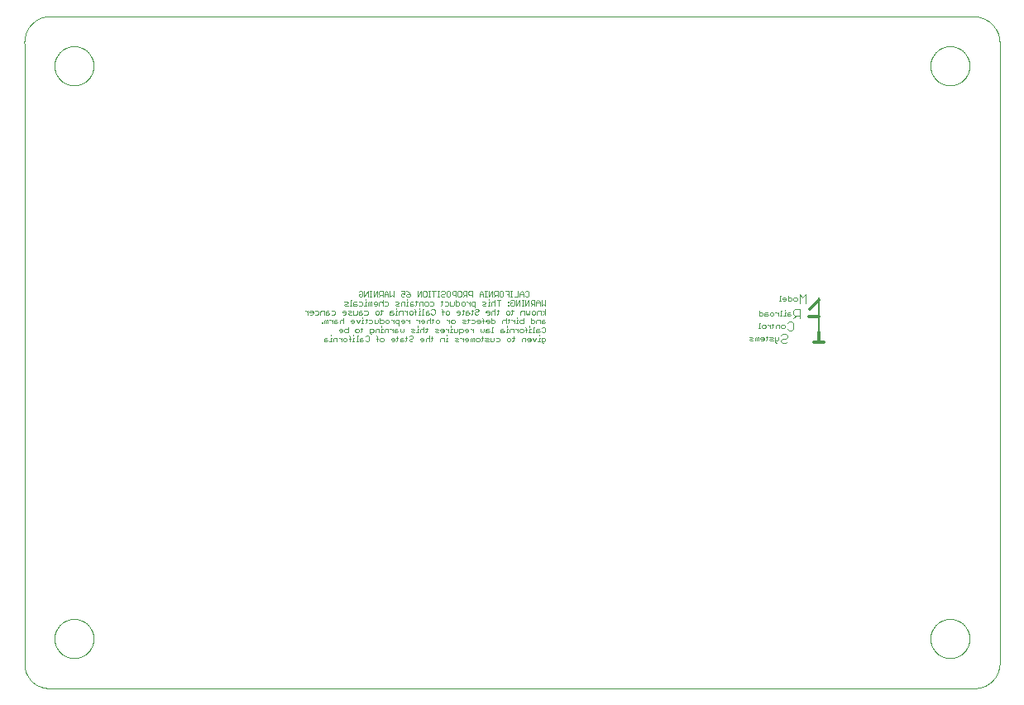
<source format=gbo>
G75*
%MOIN*%
%OFA0B0*%
%FSLAX25Y25*%
%IPPOS*%
%LPD*%
%AMOC8*
5,1,8,0,0,1.08239X$1,22.5*
%
%ADD10C,0.00000*%
%ADD11C,0.00200*%
%ADD12C,0.01200*%
%ADD13C,0.00500*%
%ADD14C,0.00300*%
D10*
X0014843Y0005000D02*
X0032559Y0005000D01*
X0387598Y0005000D01*
X0387843Y0004996D01*
X0388088Y0004998D01*
X0388332Y0005006D01*
X0388577Y0005020D01*
X0388821Y0005040D01*
X0389064Y0005066D01*
X0389307Y0005097D01*
X0389548Y0005135D01*
X0389789Y0005178D01*
X0390029Y0005227D01*
X0390267Y0005282D01*
X0390504Y0005343D01*
X0390740Y0005409D01*
X0390974Y0005481D01*
X0391206Y0005558D01*
X0391436Y0005642D01*
X0391664Y0005730D01*
X0391890Y0005825D01*
X0392113Y0005924D01*
X0392334Y0006029D01*
X0392553Y0006140D01*
X0392769Y0006255D01*
X0392981Y0006376D01*
X0393191Y0006502D01*
X0393398Y0006633D01*
X0393601Y0006769D01*
X0393802Y0006909D01*
X0393998Y0007055D01*
X0394191Y0007205D01*
X0394381Y0007360D01*
X0394567Y0007519D01*
X0394748Y0007683D01*
X0394926Y0007852D01*
X0395100Y0008024D01*
X0395269Y0008201D01*
X0395434Y0008381D01*
X0395595Y0008566D01*
X0395751Y0008754D01*
X0395903Y0008946D01*
X0396050Y0009142D01*
X0396192Y0009341D01*
X0396329Y0009544D01*
X0396461Y0009749D01*
X0396589Y0009958D01*
X0396711Y0010170D01*
X0396828Y0010385D01*
X0396940Y0010603D01*
X0397046Y0010823D01*
X0397147Y0011046D01*
X0397243Y0011271D01*
X0397334Y0011499D01*
X0397418Y0011728D01*
X0397498Y0011960D01*
X0397571Y0012193D01*
X0397639Y0012428D01*
X0397701Y0012665D01*
X0397758Y0012903D01*
X0397809Y0013142D01*
X0397854Y0013383D01*
X0397893Y0013624D01*
X0397926Y0013867D01*
X0397953Y0014110D01*
X0397975Y0014354D01*
X0397990Y0014598D01*
X0398000Y0014842D01*
X0398000Y0014843D02*
X0398000Y0243000D01*
X0398000Y0265000D01*
X0398004Y0265259D01*
X0398002Y0265517D01*
X0397993Y0265776D01*
X0397979Y0266034D01*
X0397958Y0266292D01*
X0397931Y0266549D01*
X0397897Y0266806D01*
X0397858Y0267061D01*
X0397812Y0267316D01*
X0397760Y0267569D01*
X0397703Y0267822D01*
X0397639Y0268072D01*
X0397569Y0268321D01*
X0397493Y0268568D01*
X0397411Y0268814D01*
X0397323Y0269057D01*
X0397229Y0269298D01*
X0397129Y0269537D01*
X0397024Y0269773D01*
X0396913Y0270007D01*
X0396797Y0270238D01*
X0396674Y0270466D01*
X0396547Y0270691D01*
X0396414Y0270913D01*
X0396276Y0271132D01*
X0396132Y0271347D01*
X0395983Y0271558D01*
X0395829Y0271766D01*
X0395671Y0271971D01*
X0395507Y0272171D01*
X0395339Y0272367D01*
X0395165Y0272560D01*
X0394988Y0272748D01*
X0394805Y0272931D01*
X0394619Y0273110D01*
X0394428Y0273285D01*
X0394233Y0273455D01*
X0394034Y0273620D01*
X0393831Y0273780D01*
X0393624Y0273936D01*
X0393413Y0274086D01*
X0393199Y0274231D01*
X0392982Y0274371D01*
X0392761Y0274506D01*
X0392537Y0274635D01*
X0392310Y0274759D01*
X0392080Y0274877D01*
X0391847Y0274990D01*
X0391611Y0275097D01*
X0391373Y0275198D01*
X0391133Y0275294D01*
X0390890Y0275384D01*
X0390646Y0275467D01*
X0390399Y0275545D01*
X0390150Y0275617D01*
X0389900Y0275683D01*
X0389648Y0275743D01*
X0389395Y0275797D01*
X0389141Y0275844D01*
X0388886Y0275886D01*
X0388630Y0275921D01*
X0388372Y0275950D01*
X0388115Y0275973D01*
X0387857Y0275989D01*
X0387598Y0276000D01*
X0064055Y0276000D01*
X0014843Y0276000D01*
X0014842Y0276000D02*
X0014591Y0275983D01*
X0014339Y0275960D01*
X0014089Y0275931D01*
X0013839Y0275895D01*
X0013590Y0275854D01*
X0013343Y0275807D01*
X0013096Y0275754D01*
X0012851Y0275695D01*
X0012607Y0275630D01*
X0012365Y0275559D01*
X0012125Y0275482D01*
X0011887Y0275399D01*
X0011650Y0275311D01*
X0011416Y0275217D01*
X0011185Y0275118D01*
X0010955Y0275012D01*
X0010729Y0274902D01*
X0010505Y0274786D01*
X0010284Y0274664D01*
X0010066Y0274537D01*
X0009851Y0274405D01*
X0009639Y0274268D01*
X0009431Y0274126D01*
X0009226Y0273979D01*
X0009025Y0273827D01*
X0008828Y0273670D01*
X0008634Y0273508D01*
X0008444Y0273342D01*
X0008259Y0273171D01*
X0008077Y0272995D01*
X0007900Y0272816D01*
X0007728Y0272632D01*
X0007560Y0272444D01*
X0007396Y0272252D01*
X0007237Y0272056D01*
X0007083Y0271857D01*
X0006934Y0271653D01*
X0006789Y0271446D01*
X0006650Y0271236D01*
X0006516Y0271022D01*
X0006387Y0270806D01*
X0006263Y0270586D01*
X0006145Y0270363D01*
X0006032Y0270138D01*
X0005925Y0269909D01*
X0005823Y0269679D01*
X0005727Y0269446D01*
X0005636Y0269210D01*
X0005551Y0268973D01*
X0005472Y0268733D01*
X0005399Y0268492D01*
X0005331Y0268249D01*
X0005270Y0268004D01*
X0005214Y0267758D01*
X0005164Y0267511D01*
X0005121Y0267263D01*
X0005083Y0267013D01*
X0005051Y0266763D01*
X0005026Y0266512D01*
X0005006Y0266261D01*
X0004993Y0266009D01*
X0004986Y0265757D01*
X0004984Y0265504D01*
X0004989Y0265252D01*
X0005000Y0265000D01*
X0005000Y0036500D01*
X0005000Y0014843D01*
X0005003Y0014605D01*
X0005011Y0014367D01*
X0005026Y0014130D01*
X0005046Y0013893D01*
X0005072Y0013657D01*
X0005103Y0013421D01*
X0005140Y0013186D01*
X0005183Y0012952D01*
X0005232Y0012719D01*
X0005286Y0012487D01*
X0005346Y0012257D01*
X0005411Y0012028D01*
X0005482Y0011801D01*
X0005558Y0011576D01*
X0005640Y0011353D01*
X0005727Y0011131D01*
X0005819Y0010912D01*
X0005917Y0010695D01*
X0006019Y0010481D01*
X0006127Y0010269D01*
X0006241Y0010059D01*
X0006359Y0009853D01*
X0006482Y0009649D01*
X0006610Y0009449D01*
X0006742Y0009252D01*
X0006880Y0009057D01*
X0007022Y0008867D01*
X0007169Y0008679D01*
X0007320Y0008496D01*
X0007475Y0008316D01*
X0007635Y0008140D01*
X0007799Y0007968D01*
X0007968Y0007799D01*
X0008140Y0007635D01*
X0008316Y0007475D01*
X0008496Y0007320D01*
X0008679Y0007169D01*
X0008867Y0007022D01*
X0009057Y0006880D01*
X0009252Y0006742D01*
X0009449Y0006610D01*
X0009649Y0006482D01*
X0009853Y0006359D01*
X0010059Y0006241D01*
X0010269Y0006127D01*
X0010481Y0006019D01*
X0010695Y0005917D01*
X0010912Y0005819D01*
X0011131Y0005727D01*
X0011353Y0005640D01*
X0011576Y0005558D01*
X0011801Y0005482D01*
X0012028Y0005411D01*
X0012257Y0005346D01*
X0012487Y0005286D01*
X0012719Y0005232D01*
X0012952Y0005183D01*
X0013186Y0005140D01*
X0013421Y0005103D01*
X0013657Y0005072D01*
X0013893Y0005046D01*
X0014130Y0005026D01*
X0014367Y0005011D01*
X0014605Y0005003D01*
X0014843Y0005000D01*
X0017126Y0025000D02*
X0017128Y0025193D01*
X0017135Y0025386D01*
X0017147Y0025579D01*
X0017164Y0025772D01*
X0017185Y0025964D01*
X0017211Y0026155D01*
X0017242Y0026346D01*
X0017277Y0026536D01*
X0017317Y0026725D01*
X0017362Y0026913D01*
X0017411Y0027100D01*
X0017465Y0027286D01*
X0017523Y0027470D01*
X0017586Y0027653D01*
X0017654Y0027834D01*
X0017725Y0028013D01*
X0017802Y0028191D01*
X0017882Y0028367D01*
X0017967Y0028540D01*
X0018056Y0028712D01*
X0018149Y0028881D01*
X0018246Y0029048D01*
X0018348Y0029213D01*
X0018453Y0029375D01*
X0018562Y0029534D01*
X0018676Y0029691D01*
X0018793Y0029844D01*
X0018913Y0029995D01*
X0019038Y0030143D01*
X0019166Y0030288D01*
X0019297Y0030429D01*
X0019432Y0030568D01*
X0019571Y0030703D01*
X0019712Y0030834D01*
X0019857Y0030962D01*
X0020005Y0031087D01*
X0020156Y0031207D01*
X0020309Y0031324D01*
X0020466Y0031438D01*
X0020625Y0031547D01*
X0020787Y0031652D01*
X0020952Y0031754D01*
X0021119Y0031851D01*
X0021288Y0031944D01*
X0021460Y0032033D01*
X0021633Y0032118D01*
X0021809Y0032198D01*
X0021987Y0032275D01*
X0022166Y0032346D01*
X0022347Y0032414D01*
X0022530Y0032477D01*
X0022714Y0032535D01*
X0022900Y0032589D01*
X0023087Y0032638D01*
X0023275Y0032683D01*
X0023464Y0032723D01*
X0023654Y0032758D01*
X0023845Y0032789D01*
X0024036Y0032815D01*
X0024228Y0032836D01*
X0024421Y0032853D01*
X0024614Y0032865D01*
X0024807Y0032872D01*
X0025000Y0032874D01*
X0025193Y0032872D01*
X0025386Y0032865D01*
X0025579Y0032853D01*
X0025772Y0032836D01*
X0025964Y0032815D01*
X0026155Y0032789D01*
X0026346Y0032758D01*
X0026536Y0032723D01*
X0026725Y0032683D01*
X0026913Y0032638D01*
X0027100Y0032589D01*
X0027286Y0032535D01*
X0027470Y0032477D01*
X0027653Y0032414D01*
X0027834Y0032346D01*
X0028013Y0032275D01*
X0028191Y0032198D01*
X0028367Y0032118D01*
X0028540Y0032033D01*
X0028712Y0031944D01*
X0028881Y0031851D01*
X0029048Y0031754D01*
X0029213Y0031652D01*
X0029375Y0031547D01*
X0029534Y0031438D01*
X0029691Y0031324D01*
X0029844Y0031207D01*
X0029995Y0031087D01*
X0030143Y0030962D01*
X0030288Y0030834D01*
X0030429Y0030703D01*
X0030568Y0030568D01*
X0030703Y0030429D01*
X0030834Y0030288D01*
X0030962Y0030143D01*
X0031087Y0029995D01*
X0031207Y0029844D01*
X0031324Y0029691D01*
X0031438Y0029534D01*
X0031547Y0029375D01*
X0031652Y0029213D01*
X0031754Y0029048D01*
X0031851Y0028881D01*
X0031944Y0028712D01*
X0032033Y0028540D01*
X0032118Y0028367D01*
X0032198Y0028191D01*
X0032275Y0028013D01*
X0032346Y0027834D01*
X0032414Y0027653D01*
X0032477Y0027470D01*
X0032535Y0027286D01*
X0032589Y0027100D01*
X0032638Y0026913D01*
X0032683Y0026725D01*
X0032723Y0026536D01*
X0032758Y0026346D01*
X0032789Y0026155D01*
X0032815Y0025964D01*
X0032836Y0025772D01*
X0032853Y0025579D01*
X0032865Y0025386D01*
X0032872Y0025193D01*
X0032874Y0025000D01*
X0032872Y0024807D01*
X0032865Y0024614D01*
X0032853Y0024421D01*
X0032836Y0024228D01*
X0032815Y0024036D01*
X0032789Y0023845D01*
X0032758Y0023654D01*
X0032723Y0023464D01*
X0032683Y0023275D01*
X0032638Y0023087D01*
X0032589Y0022900D01*
X0032535Y0022714D01*
X0032477Y0022530D01*
X0032414Y0022347D01*
X0032346Y0022166D01*
X0032275Y0021987D01*
X0032198Y0021809D01*
X0032118Y0021633D01*
X0032033Y0021460D01*
X0031944Y0021288D01*
X0031851Y0021119D01*
X0031754Y0020952D01*
X0031652Y0020787D01*
X0031547Y0020625D01*
X0031438Y0020466D01*
X0031324Y0020309D01*
X0031207Y0020156D01*
X0031087Y0020005D01*
X0030962Y0019857D01*
X0030834Y0019712D01*
X0030703Y0019571D01*
X0030568Y0019432D01*
X0030429Y0019297D01*
X0030288Y0019166D01*
X0030143Y0019038D01*
X0029995Y0018913D01*
X0029844Y0018793D01*
X0029691Y0018676D01*
X0029534Y0018562D01*
X0029375Y0018453D01*
X0029213Y0018348D01*
X0029048Y0018246D01*
X0028881Y0018149D01*
X0028712Y0018056D01*
X0028540Y0017967D01*
X0028367Y0017882D01*
X0028191Y0017802D01*
X0028013Y0017725D01*
X0027834Y0017654D01*
X0027653Y0017586D01*
X0027470Y0017523D01*
X0027286Y0017465D01*
X0027100Y0017411D01*
X0026913Y0017362D01*
X0026725Y0017317D01*
X0026536Y0017277D01*
X0026346Y0017242D01*
X0026155Y0017211D01*
X0025964Y0017185D01*
X0025772Y0017164D01*
X0025579Y0017147D01*
X0025386Y0017135D01*
X0025193Y0017128D01*
X0025000Y0017126D01*
X0024807Y0017128D01*
X0024614Y0017135D01*
X0024421Y0017147D01*
X0024228Y0017164D01*
X0024036Y0017185D01*
X0023845Y0017211D01*
X0023654Y0017242D01*
X0023464Y0017277D01*
X0023275Y0017317D01*
X0023087Y0017362D01*
X0022900Y0017411D01*
X0022714Y0017465D01*
X0022530Y0017523D01*
X0022347Y0017586D01*
X0022166Y0017654D01*
X0021987Y0017725D01*
X0021809Y0017802D01*
X0021633Y0017882D01*
X0021460Y0017967D01*
X0021288Y0018056D01*
X0021119Y0018149D01*
X0020952Y0018246D01*
X0020787Y0018348D01*
X0020625Y0018453D01*
X0020466Y0018562D01*
X0020309Y0018676D01*
X0020156Y0018793D01*
X0020005Y0018913D01*
X0019857Y0019038D01*
X0019712Y0019166D01*
X0019571Y0019297D01*
X0019432Y0019432D01*
X0019297Y0019571D01*
X0019166Y0019712D01*
X0019038Y0019857D01*
X0018913Y0020005D01*
X0018793Y0020156D01*
X0018676Y0020309D01*
X0018562Y0020466D01*
X0018453Y0020625D01*
X0018348Y0020787D01*
X0018246Y0020952D01*
X0018149Y0021119D01*
X0018056Y0021288D01*
X0017967Y0021460D01*
X0017882Y0021633D01*
X0017802Y0021809D01*
X0017725Y0021987D01*
X0017654Y0022166D01*
X0017586Y0022347D01*
X0017523Y0022530D01*
X0017465Y0022714D01*
X0017411Y0022900D01*
X0017362Y0023087D01*
X0017317Y0023275D01*
X0017277Y0023464D01*
X0017242Y0023654D01*
X0017211Y0023845D01*
X0017185Y0024036D01*
X0017164Y0024228D01*
X0017147Y0024421D01*
X0017135Y0024614D01*
X0017128Y0024807D01*
X0017126Y0025000D01*
X0017126Y0256000D02*
X0017128Y0256193D01*
X0017135Y0256386D01*
X0017147Y0256579D01*
X0017164Y0256772D01*
X0017185Y0256964D01*
X0017211Y0257155D01*
X0017242Y0257346D01*
X0017277Y0257536D01*
X0017317Y0257725D01*
X0017362Y0257913D01*
X0017411Y0258100D01*
X0017465Y0258286D01*
X0017523Y0258470D01*
X0017586Y0258653D01*
X0017654Y0258834D01*
X0017725Y0259013D01*
X0017802Y0259191D01*
X0017882Y0259367D01*
X0017967Y0259540D01*
X0018056Y0259712D01*
X0018149Y0259881D01*
X0018246Y0260048D01*
X0018348Y0260213D01*
X0018453Y0260375D01*
X0018562Y0260534D01*
X0018676Y0260691D01*
X0018793Y0260844D01*
X0018913Y0260995D01*
X0019038Y0261143D01*
X0019166Y0261288D01*
X0019297Y0261429D01*
X0019432Y0261568D01*
X0019571Y0261703D01*
X0019712Y0261834D01*
X0019857Y0261962D01*
X0020005Y0262087D01*
X0020156Y0262207D01*
X0020309Y0262324D01*
X0020466Y0262438D01*
X0020625Y0262547D01*
X0020787Y0262652D01*
X0020952Y0262754D01*
X0021119Y0262851D01*
X0021288Y0262944D01*
X0021460Y0263033D01*
X0021633Y0263118D01*
X0021809Y0263198D01*
X0021987Y0263275D01*
X0022166Y0263346D01*
X0022347Y0263414D01*
X0022530Y0263477D01*
X0022714Y0263535D01*
X0022900Y0263589D01*
X0023087Y0263638D01*
X0023275Y0263683D01*
X0023464Y0263723D01*
X0023654Y0263758D01*
X0023845Y0263789D01*
X0024036Y0263815D01*
X0024228Y0263836D01*
X0024421Y0263853D01*
X0024614Y0263865D01*
X0024807Y0263872D01*
X0025000Y0263874D01*
X0025193Y0263872D01*
X0025386Y0263865D01*
X0025579Y0263853D01*
X0025772Y0263836D01*
X0025964Y0263815D01*
X0026155Y0263789D01*
X0026346Y0263758D01*
X0026536Y0263723D01*
X0026725Y0263683D01*
X0026913Y0263638D01*
X0027100Y0263589D01*
X0027286Y0263535D01*
X0027470Y0263477D01*
X0027653Y0263414D01*
X0027834Y0263346D01*
X0028013Y0263275D01*
X0028191Y0263198D01*
X0028367Y0263118D01*
X0028540Y0263033D01*
X0028712Y0262944D01*
X0028881Y0262851D01*
X0029048Y0262754D01*
X0029213Y0262652D01*
X0029375Y0262547D01*
X0029534Y0262438D01*
X0029691Y0262324D01*
X0029844Y0262207D01*
X0029995Y0262087D01*
X0030143Y0261962D01*
X0030288Y0261834D01*
X0030429Y0261703D01*
X0030568Y0261568D01*
X0030703Y0261429D01*
X0030834Y0261288D01*
X0030962Y0261143D01*
X0031087Y0260995D01*
X0031207Y0260844D01*
X0031324Y0260691D01*
X0031438Y0260534D01*
X0031547Y0260375D01*
X0031652Y0260213D01*
X0031754Y0260048D01*
X0031851Y0259881D01*
X0031944Y0259712D01*
X0032033Y0259540D01*
X0032118Y0259367D01*
X0032198Y0259191D01*
X0032275Y0259013D01*
X0032346Y0258834D01*
X0032414Y0258653D01*
X0032477Y0258470D01*
X0032535Y0258286D01*
X0032589Y0258100D01*
X0032638Y0257913D01*
X0032683Y0257725D01*
X0032723Y0257536D01*
X0032758Y0257346D01*
X0032789Y0257155D01*
X0032815Y0256964D01*
X0032836Y0256772D01*
X0032853Y0256579D01*
X0032865Y0256386D01*
X0032872Y0256193D01*
X0032874Y0256000D01*
X0032872Y0255807D01*
X0032865Y0255614D01*
X0032853Y0255421D01*
X0032836Y0255228D01*
X0032815Y0255036D01*
X0032789Y0254845D01*
X0032758Y0254654D01*
X0032723Y0254464D01*
X0032683Y0254275D01*
X0032638Y0254087D01*
X0032589Y0253900D01*
X0032535Y0253714D01*
X0032477Y0253530D01*
X0032414Y0253347D01*
X0032346Y0253166D01*
X0032275Y0252987D01*
X0032198Y0252809D01*
X0032118Y0252633D01*
X0032033Y0252460D01*
X0031944Y0252288D01*
X0031851Y0252119D01*
X0031754Y0251952D01*
X0031652Y0251787D01*
X0031547Y0251625D01*
X0031438Y0251466D01*
X0031324Y0251309D01*
X0031207Y0251156D01*
X0031087Y0251005D01*
X0030962Y0250857D01*
X0030834Y0250712D01*
X0030703Y0250571D01*
X0030568Y0250432D01*
X0030429Y0250297D01*
X0030288Y0250166D01*
X0030143Y0250038D01*
X0029995Y0249913D01*
X0029844Y0249793D01*
X0029691Y0249676D01*
X0029534Y0249562D01*
X0029375Y0249453D01*
X0029213Y0249348D01*
X0029048Y0249246D01*
X0028881Y0249149D01*
X0028712Y0249056D01*
X0028540Y0248967D01*
X0028367Y0248882D01*
X0028191Y0248802D01*
X0028013Y0248725D01*
X0027834Y0248654D01*
X0027653Y0248586D01*
X0027470Y0248523D01*
X0027286Y0248465D01*
X0027100Y0248411D01*
X0026913Y0248362D01*
X0026725Y0248317D01*
X0026536Y0248277D01*
X0026346Y0248242D01*
X0026155Y0248211D01*
X0025964Y0248185D01*
X0025772Y0248164D01*
X0025579Y0248147D01*
X0025386Y0248135D01*
X0025193Y0248128D01*
X0025000Y0248126D01*
X0024807Y0248128D01*
X0024614Y0248135D01*
X0024421Y0248147D01*
X0024228Y0248164D01*
X0024036Y0248185D01*
X0023845Y0248211D01*
X0023654Y0248242D01*
X0023464Y0248277D01*
X0023275Y0248317D01*
X0023087Y0248362D01*
X0022900Y0248411D01*
X0022714Y0248465D01*
X0022530Y0248523D01*
X0022347Y0248586D01*
X0022166Y0248654D01*
X0021987Y0248725D01*
X0021809Y0248802D01*
X0021633Y0248882D01*
X0021460Y0248967D01*
X0021288Y0249056D01*
X0021119Y0249149D01*
X0020952Y0249246D01*
X0020787Y0249348D01*
X0020625Y0249453D01*
X0020466Y0249562D01*
X0020309Y0249676D01*
X0020156Y0249793D01*
X0020005Y0249913D01*
X0019857Y0250038D01*
X0019712Y0250166D01*
X0019571Y0250297D01*
X0019432Y0250432D01*
X0019297Y0250571D01*
X0019166Y0250712D01*
X0019038Y0250857D01*
X0018913Y0251005D01*
X0018793Y0251156D01*
X0018676Y0251309D01*
X0018562Y0251466D01*
X0018453Y0251625D01*
X0018348Y0251787D01*
X0018246Y0251952D01*
X0018149Y0252119D01*
X0018056Y0252288D01*
X0017967Y0252460D01*
X0017882Y0252633D01*
X0017802Y0252809D01*
X0017725Y0252987D01*
X0017654Y0253166D01*
X0017586Y0253347D01*
X0017523Y0253530D01*
X0017465Y0253714D01*
X0017411Y0253900D01*
X0017362Y0254087D01*
X0017317Y0254275D01*
X0017277Y0254464D01*
X0017242Y0254654D01*
X0017211Y0254845D01*
X0017185Y0255036D01*
X0017164Y0255228D01*
X0017147Y0255421D01*
X0017135Y0255614D01*
X0017128Y0255807D01*
X0017126Y0256000D01*
X0370126Y0256000D02*
X0370128Y0256193D01*
X0370135Y0256386D01*
X0370147Y0256579D01*
X0370164Y0256772D01*
X0370185Y0256964D01*
X0370211Y0257155D01*
X0370242Y0257346D01*
X0370277Y0257536D01*
X0370317Y0257725D01*
X0370362Y0257913D01*
X0370411Y0258100D01*
X0370465Y0258286D01*
X0370523Y0258470D01*
X0370586Y0258653D01*
X0370654Y0258834D01*
X0370725Y0259013D01*
X0370802Y0259191D01*
X0370882Y0259367D01*
X0370967Y0259540D01*
X0371056Y0259712D01*
X0371149Y0259881D01*
X0371246Y0260048D01*
X0371348Y0260213D01*
X0371453Y0260375D01*
X0371562Y0260534D01*
X0371676Y0260691D01*
X0371793Y0260844D01*
X0371913Y0260995D01*
X0372038Y0261143D01*
X0372166Y0261288D01*
X0372297Y0261429D01*
X0372432Y0261568D01*
X0372571Y0261703D01*
X0372712Y0261834D01*
X0372857Y0261962D01*
X0373005Y0262087D01*
X0373156Y0262207D01*
X0373309Y0262324D01*
X0373466Y0262438D01*
X0373625Y0262547D01*
X0373787Y0262652D01*
X0373952Y0262754D01*
X0374119Y0262851D01*
X0374288Y0262944D01*
X0374460Y0263033D01*
X0374633Y0263118D01*
X0374809Y0263198D01*
X0374987Y0263275D01*
X0375166Y0263346D01*
X0375347Y0263414D01*
X0375530Y0263477D01*
X0375714Y0263535D01*
X0375900Y0263589D01*
X0376087Y0263638D01*
X0376275Y0263683D01*
X0376464Y0263723D01*
X0376654Y0263758D01*
X0376845Y0263789D01*
X0377036Y0263815D01*
X0377228Y0263836D01*
X0377421Y0263853D01*
X0377614Y0263865D01*
X0377807Y0263872D01*
X0378000Y0263874D01*
X0378193Y0263872D01*
X0378386Y0263865D01*
X0378579Y0263853D01*
X0378772Y0263836D01*
X0378964Y0263815D01*
X0379155Y0263789D01*
X0379346Y0263758D01*
X0379536Y0263723D01*
X0379725Y0263683D01*
X0379913Y0263638D01*
X0380100Y0263589D01*
X0380286Y0263535D01*
X0380470Y0263477D01*
X0380653Y0263414D01*
X0380834Y0263346D01*
X0381013Y0263275D01*
X0381191Y0263198D01*
X0381367Y0263118D01*
X0381540Y0263033D01*
X0381712Y0262944D01*
X0381881Y0262851D01*
X0382048Y0262754D01*
X0382213Y0262652D01*
X0382375Y0262547D01*
X0382534Y0262438D01*
X0382691Y0262324D01*
X0382844Y0262207D01*
X0382995Y0262087D01*
X0383143Y0261962D01*
X0383288Y0261834D01*
X0383429Y0261703D01*
X0383568Y0261568D01*
X0383703Y0261429D01*
X0383834Y0261288D01*
X0383962Y0261143D01*
X0384087Y0260995D01*
X0384207Y0260844D01*
X0384324Y0260691D01*
X0384438Y0260534D01*
X0384547Y0260375D01*
X0384652Y0260213D01*
X0384754Y0260048D01*
X0384851Y0259881D01*
X0384944Y0259712D01*
X0385033Y0259540D01*
X0385118Y0259367D01*
X0385198Y0259191D01*
X0385275Y0259013D01*
X0385346Y0258834D01*
X0385414Y0258653D01*
X0385477Y0258470D01*
X0385535Y0258286D01*
X0385589Y0258100D01*
X0385638Y0257913D01*
X0385683Y0257725D01*
X0385723Y0257536D01*
X0385758Y0257346D01*
X0385789Y0257155D01*
X0385815Y0256964D01*
X0385836Y0256772D01*
X0385853Y0256579D01*
X0385865Y0256386D01*
X0385872Y0256193D01*
X0385874Y0256000D01*
X0385872Y0255807D01*
X0385865Y0255614D01*
X0385853Y0255421D01*
X0385836Y0255228D01*
X0385815Y0255036D01*
X0385789Y0254845D01*
X0385758Y0254654D01*
X0385723Y0254464D01*
X0385683Y0254275D01*
X0385638Y0254087D01*
X0385589Y0253900D01*
X0385535Y0253714D01*
X0385477Y0253530D01*
X0385414Y0253347D01*
X0385346Y0253166D01*
X0385275Y0252987D01*
X0385198Y0252809D01*
X0385118Y0252633D01*
X0385033Y0252460D01*
X0384944Y0252288D01*
X0384851Y0252119D01*
X0384754Y0251952D01*
X0384652Y0251787D01*
X0384547Y0251625D01*
X0384438Y0251466D01*
X0384324Y0251309D01*
X0384207Y0251156D01*
X0384087Y0251005D01*
X0383962Y0250857D01*
X0383834Y0250712D01*
X0383703Y0250571D01*
X0383568Y0250432D01*
X0383429Y0250297D01*
X0383288Y0250166D01*
X0383143Y0250038D01*
X0382995Y0249913D01*
X0382844Y0249793D01*
X0382691Y0249676D01*
X0382534Y0249562D01*
X0382375Y0249453D01*
X0382213Y0249348D01*
X0382048Y0249246D01*
X0381881Y0249149D01*
X0381712Y0249056D01*
X0381540Y0248967D01*
X0381367Y0248882D01*
X0381191Y0248802D01*
X0381013Y0248725D01*
X0380834Y0248654D01*
X0380653Y0248586D01*
X0380470Y0248523D01*
X0380286Y0248465D01*
X0380100Y0248411D01*
X0379913Y0248362D01*
X0379725Y0248317D01*
X0379536Y0248277D01*
X0379346Y0248242D01*
X0379155Y0248211D01*
X0378964Y0248185D01*
X0378772Y0248164D01*
X0378579Y0248147D01*
X0378386Y0248135D01*
X0378193Y0248128D01*
X0378000Y0248126D01*
X0377807Y0248128D01*
X0377614Y0248135D01*
X0377421Y0248147D01*
X0377228Y0248164D01*
X0377036Y0248185D01*
X0376845Y0248211D01*
X0376654Y0248242D01*
X0376464Y0248277D01*
X0376275Y0248317D01*
X0376087Y0248362D01*
X0375900Y0248411D01*
X0375714Y0248465D01*
X0375530Y0248523D01*
X0375347Y0248586D01*
X0375166Y0248654D01*
X0374987Y0248725D01*
X0374809Y0248802D01*
X0374633Y0248882D01*
X0374460Y0248967D01*
X0374288Y0249056D01*
X0374119Y0249149D01*
X0373952Y0249246D01*
X0373787Y0249348D01*
X0373625Y0249453D01*
X0373466Y0249562D01*
X0373309Y0249676D01*
X0373156Y0249793D01*
X0373005Y0249913D01*
X0372857Y0250038D01*
X0372712Y0250166D01*
X0372571Y0250297D01*
X0372432Y0250432D01*
X0372297Y0250571D01*
X0372166Y0250712D01*
X0372038Y0250857D01*
X0371913Y0251005D01*
X0371793Y0251156D01*
X0371676Y0251309D01*
X0371562Y0251466D01*
X0371453Y0251625D01*
X0371348Y0251787D01*
X0371246Y0251952D01*
X0371149Y0252119D01*
X0371056Y0252288D01*
X0370967Y0252460D01*
X0370882Y0252633D01*
X0370802Y0252809D01*
X0370725Y0252987D01*
X0370654Y0253166D01*
X0370586Y0253347D01*
X0370523Y0253530D01*
X0370465Y0253714D01*
X0370411Y0253900D01*
X0370362Y0254087D01*
X0370317Y0254275D01*
X0370277Y0254464D01*
X0370242Y0254654D01*
X0370211Y0254845D01*
X0370185Y0255036D01*
X0370164Y0255228D01*
X0370147Y0255421D01*
X0370135Y0255614D01*
X0370128Y0255807D01*
X0370126Y0256000D01*
X0370126Y0025000D02*
X0370128Y0025193D01*
X0370135Y0025386D01*
X0370147Y0025579D01*
X0370164Y0025772D01*
X0370185Y0025964D01*
X0370211Y0026155D01*
X0370242Y0026346D01*
X0370277Y0026536D01*
X0370317Y0026725D01*
X0370362Y0026913D01*
X0370411Y0027100D01*
X0370465Y0027286D01*
X0370523Y0027470D01*
X0370586Y0027653D01*
X0370654Y0027834D01*
X0370725Y0028013D01*
X0370802Y0028191D01*
X0370882Y0028367D01*
X0370967Y0028540D01*
X0371056Y0028712D01*
X0371149Y0028881D01*
X0371246Y0029048D01*
X0371348Y0029213D01*
X0371453Y0029375D01*
X0371562Y0029534D01*
X0371676Y0029691D01*
X0371793Y0029844D01*
X0371913Y0029995D01*
X0372038Y0030143D01*
X0372166Y0030288D01*
X0372297Y0030429D01*
X0372432Y0030568D01*
X0372571Y0030703D01*
X0372712Y0030834D01*
X0372857Y0030962D01*
X0373005Y0031087D01*
X0373156Y0031207D01*
X0373309Y0031324D01*
X0373466Y0031438D01*
X0373625Y0031547D01*
X0373787Y0031652D01*
X0373952Y0031754D01*
X0374119Y0031851D01*
X0374288Y0031944D01*
X0374460Y0032033D01*
X0374633Y0032118D01*
X0374809Y0032198D01*
X0374987Y0032275D01*
X0375166Y0032346D01*
X0375347Y0032414D01*
X0375530Y0032477D01*
X0375714Y0032535D01*
X0375900Y0032589D01*
X0376087Y0032638D01*
X0376275Y0032683D01*
X0376464Y0032723D01*
X0376654Y0032758D01*
X0376845Y0032789D01*
X0377036Y0032815D01*
X0377228Y0032836D01*
X0377421Y0032853D01*
X0377614Y0032865D01*
X0377807Y0032872D01*
X0378000Y0032874D01*
X0378193Y0032872D01*
X0378386Y0032865D01*
X0378579Y0032853D01*
X0378772Y0032836D01*
X0378964Y0032815D01*
X0379155Y0032789D01*
X0379346Y0032758D01*
X0379536Y0032723D01*
X0379725Y0032683D01*
X0379913Y0032638D01*
X0380100Y0032589D01*
X0380286Y0032535D01*
X0380470Y0032477D01*
X0380653Y0032414D01*
X0380834Y0032346D01*
X0381013Y0032275D01*
X0381191Y0032198D01*
X0381367Y0032118D01*
X0381540Y0032033D01*
X0381712Y0031944D01*
X0381881Y0031851D01*
X0382048Y0031754D01*
X0382213Y0031652D01*
X0382375Y0031547D01*
X0382534Y0031438D01*
X0382691Y0031324D01*
X0382844Y0031207D01*
X0382995Y0031087D01*
X0383143Y0030962D01*
X0383288Y0030834D01*
X0383429Y0030703D01*
X0383568Y0030568D01*
X0383703Y0030429D01*
X0383834Y0030288D01*
X0383962Y0030143D01*
X0384087Y0029995D01*
X0384207Y0029844D01*
X0384324Y0029691D01*
X0384438Y0029534D01*
X0384547Y0029375D01*
X0384652Y0029213D01*
X0384754Y0029048D01*
X0384851Y0028881D01*
X0384944Y0028712D01*
X0385033Y0028540D01*
X0385118Y0028367D01*
X0385198Y0028191D01*
X0385275Y0028013D01*
X0385346Y0027834D01*
X0385414Y0027653D01*
X0385477Y0027470D01*
X0385535Y0027286D01*
X0385589Y0027100D01*
X0385638Y0026913D01*
X0385683Y0026725D01*
X0385723Y0026536D01*
X0385758Y0026346D01*
X0385789Y0026155D01*
X0385815Y0025964D01*
X0385836Y0025772D01*
X0385853Y0025579D01*
X0385865Y0025386D01*
X0385872Y0025193D01*
X0385874Y0025000D01*
X0385872Y0024807D01*
X0385865Y0024614D01*
X0385853Y0024421D01*
X0385836Y0024228D01*
X0385815Y0024036D01*
X0385789Y0023845D01*
X0385758Y0023654D01*
X0385723Y0023464D01*
X0385683Y0023275D01*
X0385638Y0023087D01*
X0385589Y0022900D01*
X0385535Y0022714D01*
X0385477Y0022530D01*
X0385414Y0022347D01*
X0385346Y0022166D01*
X0385275Y0021987D01*
X0385198Y0021809D01*
X0385118Y0021633D01*
X0385033Y0021460D01*
X0384944Y0021288D01*
X0384851Y0021119D01*
X0384754Y0020952D01*
X0384652Y0020787D01*
X0384547Y0020625D01*
X0384438Y0020466D01*
X0384324Y0020309D01*
X0384207Y0020156D01*
X0384087Y0020005D01*
X0383962Y0019857D01*
X0383834Y0019712D01*
X0383703Y0019571D01*
X0383568Y0019432D01*
X0383429Y0019297D01*
X0383288Y0019166D01*
X0383143Y0019038D01*
X0382995Y0018913D01*
X0382844Y0018793D01*
X0382691Y0018676D01*
X0382534Y0018562D01*
X0382375Y0018453D01*
X0382213Y0018348D01*
X0382048Y0018246D01*
X0381881Y0018149D01*
X0381712Y0018056D01*
X0381540Y0017967D01*
X0381367Y0017882D01*
X0381191Y0017802D01*
X0381013Y0017725D01*
X0380834Y0017654D01*
X0380653Y0017586D01*
X0380470Y0017523D01*
X0380286Y0017465D01*
X0380100Y0017411D01*
X0379913Y0017362D01*
X0379725Y0017317D01*
X0379536Y0017277D01*
X0379346Y0017242D01*
X0379155Y0017211D01*
X0378964Y0017185D01*
X0378772Y0017164D01*
X0378579Y0017147D01*
X0378386Y0017135D01*
X0378193Y0017128D01*
X0378000Y0017126D01*
X0377807Y0017128D01*
X0377614Y0017135D01*
X0377421Y0017147D01*
X0377228Y0017164D01*
X0377036Y0017185D01*
X0376845Y0017211D01*
X0376654Y0017242D01*
X0376464Y0017277D01*
X0376275Y0017317D01*
X0376087Y0017362D01*
X0375900Y0017411D01*
X0375714Y0017465D01*
X0375530Y0017523D01*
X0375347Y0017586D01*
X0375166Y0017654D01*
X0374987Y0017725D01*
X0374809Y0017802D01*
X0374633Y0017882D01*
X0374460Y0017967D01*
X0374288Y0018056D01*
X0374119Y0018149D01*
X0373952Y0018246D01*
X0373787Y0018348D01*
X0373625Y0018453D01*
X0373466Y0018562D01*
X0373309Y0018676D01*
X0373156Y0018793D01*
X0373005Y0018913D01*
X0372857Y0019038D01*
X0372712Y0019166D01*
X0372571Y0019297D01*
X0372432Y0019432D01*
X0372297Y0019571D01*
X0372166Y0019712D01*
X0372038Y0019857D01*
X0371913Y0020005D01*
X0371793Y0020156D01*
X0371676Y0020309D01*
X0371562Y0020466D01*
X0371453Y0020625D01*
X0371348Y0020787D01*
X0371246Y0020952D01*
X0371149Y0021119D01*
X0371056Y0021288D01*
X0370967Y0021460D01*
X0370882Y0021633D01*
X0370802Y0021809D01*
X0370725Y0021987D01*
X0370654Y0022166D01*
X0370586Y0022347D01*
X0370523Y0022530D01*
X0370465Y0022714D01*
X0370411Y0022900D01*
X0370362Y0023087D01*
X0370317Y0023275D01*
X0370277Y0023464D01*
X0370242Y0023654D01*
X0370211Y0023845D01*
X0370185Y0024036D01*
X0370164Y0024228D01*
X0370147Y0024421D01*
X0370135Y0024614D01*
X0370128Y0024807D01*
X0370126Y0025000D01*
D11*
X0308166Y0144366D02*
X0307799Y0144366D01*
X0307432Y0144733D01*
X0307432Y0146568D01*
X0306690Y0146201D02*
X0306323Y0146568D01*
X0305222Y0146568D01*
X0304480Y0146568D02*
X0303746Y0146568D01*
X0304113Y0146935D02*
X0304113Y0145467D01*
X0303746Y0145100D01*
X0303007Y0145467D02*
X0303007Y0146201D01*
X0302640Y0146568D01*
X0301906Y0146568D01*
X0301539Y0146201D01*
X0301539Y0145834D01*
X0303007Y0145834D01*
X0303007Y0145467D02*
X0302640Y0145100D01*
X0301906Y0145100D01*
X0300797Y0145100D02*
X0300797Y0146568D01*
X0300430Y0146568D01*
X0300063Y0146201D01*
X0299696Y0146568D01*
X0299329Y0146201D01*
X0299329Y0145100D01*
X0300063Y0145100D02*
X0300063Y0146201D01*
X0298587Y0146201D02*
X0298220Y0146568D01*
X0297119Y0146568D01*
X0297486Y0145834D02*
X0298220Y0145834D01*
X0298587Y0146201D01*
X0298587Y0145100D02*
X0297486Y0145100D01*
X0297119Y0145467D01*
X0297486Y0145834D01*
X0305222Y0145467D02*
X0305589Y0145834D01*
X0306323Y0145834D01*
X0306690Y0146201D01*
X0306690Y0145100D02*
X0305589Y0145100D01*
X0305222Y0145467D01*
X0307432Y0145100D02*
X0308533Y0145100D01*
X0308900Y0145467D01*
X0308900Y0146568D01*
X0309190Y0150100D02*
X0309190Y0151568D01*
X0308089Y0151568D01*
X0307722Y0151201D01*
X0307722Y0150100D01*
X0306613Y0150467D02*
X0306246Y0150100D01*
X0306613Y0150467D02*
X0306613Y0151935D01*
X0306980Y0151568D02*
X0306246Y0151568D01*
X0305507Y0151568D02*
X0305507Y0150100D01*
X0305507Y0150834D02*
X0304773Y0151568D01*
X0304406Y0151568D01*
X0303665Y0151201D02*
X0303665Y0150467D01*
X0303298Y0150100D01*
X0302564Y0150100D01*
X0302198Y0150467D01*
X0302198Y0151201D01*
X0302564Y0151568D01*
X0303298Y0151568D01*
X0303665Y0151201D01*
X0301456Y0152302D02*
X0301089Y0152302D01*
X0301089Y0150100D01*
X0301456Y0150100D02*
X0300722Y0150100D01*
X0301014Y0155100D02*
X0302115Y0155100D01*
X0302482Y0155467D01*
X0302482Y0156201D01*
X0302115Y0156568D01*
X0301014Y0156568D01*
X0301014Y0157302D02*
X0301014Y0155100D01*
X0303224Y0155100D02*
X0304325Y0155100D01*
X0304692Y0155467D01*
X0304325Y0155834D01*
X0303224Y0155834D01*
X0303224Y0156201D02*
X0303224Y0155100D01*
X0303224Y0156201D02*
X0303591Y0156568D01*
X0304325Y0156568D01*
X0305434Y0156201D02*
X0305434Y0155467D01*
X0305801Y0155100D01*
X0306535Y0155100D01*
X0306902Y0155467D01*
X0306902Y0156201D01*
X0306535Y0156568D01*
X0305801Y0156568D01*
X0305434Y0156201D01*
X0307643Y0156568D02*
X0308010Y0156568D01*
X0308744Y0155834D01*
X0308744Y0155100D02*
X0308744Y0156568D01*
X0309850Y0157302D02*
X0309850Y0155100D01*
X0310217Y0155100D02*
X0309483Y0155100D01*
X0310956Y0155100D02*
X0311690Y0155100D01*
X0311323Y0155100D02*
X0311323Y0156568D01*
X0311690Y0156568D01*
X0311323Y0157302D02*
X0311323Y0157669D01*
X0310217Y0157302D02*
X0309850Y0157302D01*
X0312432Y0156201D02*
X0312432Y0155100D01*
X0313533Y0155100D01*
X0313900Y0155467D01*
X0313533Y0155834D01*
X0312432Y0155834D01*
X0312432Y0156201D02*
X0312799Y0156568D01*
X0313533Y0156568D01*
X0313823Y0161100D02*
X0312722Y0161100D01*
X0312722Y0163302D01*
X0312722Y0162568D02*
X0313823Y0162568D01*
X0314190Y0162201D01*
X0314190Y0161467D01*
X0313823Y0161100D01*
X0314932Y0161467D02*
X0314932Y0162201D01*
X0315299Y0162568D01*
X0316033Y0162568D01*
X0316400Y0162201D01*
X0316400Y0161467D01*
X0316033Y0161100D01*
X0315299Y0161100D01*
X0314932Y0161467D01*
X0311980Y0161467D02*
X0311980Y0162201D01*
X0311613Y0162568D01*
X0310879Y0162568D01*
X0310512Y0162201D01*
X0310512Y0161834D01*
X0311980Y0161834D01*
X0311980Y0161467D02*
X0311613Y0161100D01*
X0310879Y0161100D01*
X0309770Y0161100D02*
X0309036Y0161100D01*
X0309403Y0161100D02*
X0309403Y0163302D01*
X0309770Y0163302D01*
X0310299Y0151568D02*
X0311033Y0151568D01*
X0311400Y0151201D01*
X0311400Y0150467D01*
X0311033Y0150100D01*
X0310299Y0150100D01*
X0309932Y0150467D01*
X0309932Y0151201D01*
X0310299Y0151568D01*
X0214900Y0152467D02*
X0214533Y0152834D01*
X0213432Y0152834D01*
X0214533Y0152834D01*
X0214900Y0152467D01*
X0214533Y0152100D01*
X0213432Y0152100D01*
X0213432Y0153201D01*
X0213799Y0153568D01*
X0214533Y0153568D01*
X0213799Y0153568D01*
X0213432Y0153201D01*
X0213432Y0152100D01*
X0214533Y0152100D01*
X0214900Y0152467D01*
X0214533Y0150702D02*
X0214900Y0150335D01*
X0214900Y0148867D01*
X0214533Y0148500D01*
X0213799Y0148500D01*
X0213432Y0148867D01*
X0213799Y0148500D01*
X0214533Y0148500D01*
X0214900Y0148867D01*
X0214900Y0150335D01*
X0214533Y0150702D01*
X0213799Y0150702D01*
X0213432Y0150335D01*
X0213799Y0150702D01*
X0214533Y0150702D01*
X0212690Y0152100D02*
X0212690Y0153568D01*
X0211589Y0153568D01*
X0211222Y0153201D01*
X0211222Y0152100D01*
X0211222Y0153201D01*
X0211589Y0153568D01*
X0212690Y0153568D01*
X0212690Y0152100D01*
X0212323Y0149968D02*
X0211589Y0149968D01*
X0211222Y0149601D01*
X0211222Y0148500D01*
X0212323Y0148500D01*
X0212690Y0148867D01*
X0212323Y0149234D01*
X0211222Y0149234D01*
X0212323Y0149234D01*
X0212690Y0148867D01*
X0212323Y0148500D01*
X0211222Y0148500D01*
X0211222Y0149601D01*
X0211589Y0149968D01*
X0212323Y0149968D01*
X0210480Y0150702D02*
X0210113Y0150702D01*
X0210113Y0148500D01*
X0210113Y0150702D01*
X0210480Y0150702D01*
X0210113Y0152100D02*
X0210480Y0152467D01*
X0210480Y0153201D01*
X0210113Y0153568D01*
X0209012Y0153568D01*
X0210113Y0153568D01*
X0210480Y0153201D01*
X0210480Y0152467D01*
X0210113Y0152100D01*
X0209012Y0152100D01*
X0209012Y0154302D01*
X0209012Y0152100D01*
X0210113Y0152100D01*
X0208640Y0151069D02*
X0208640Y0150702D01*
X0208640Y0151069D01*
X0208640Y0149968D02*
X0208640Y0148500D01*
X0208640Y0149968D01*
X0209007Y0149968D01*
X0208640Y0149968D01*
X0207534Y0149601D02*
X0206800Y0149601D01*
X0207534Y0149601D01*
X0207167Y0150335D02*
X0207167Y0148500D01*
X0207167Y0150335D01*
X0206800Y0150702D01*
X0207167Y0150335D01*
X0206060Y0149601D02*
X0205694Y0149968D01*
X0204960Y0149968D01*
X0204593Y0149601D01*
X0204593Y0148867D01*
X0204960Y0148500D01*
X0205694Y0148500D01*
X0206060Y0148867D01*
X0206060Y0149601D01*
X0206060Y0148867D01*
X0205694Y0148500D01*
X0204960Y0148500D01*
X0204593Y0148867D01*
X0204593Y0149601D01*
X0204960Y0149968D01*
X0205694Y0149968D01*
X0206060Y0149601D01*
X0203851Y0149968D02*
X0203851Y0148500D01*
X0203851Y0149968D01*
X0203851Y0149234D02*
X0203117Y0149968D01*
X0202750Y0149968D01*
X0203117Y0149968D01*
X0203851Y0149234D01*
X0202009Y0149968D02*
X0200908Y0149968D01*
X0200541Y0149601D01*
X0200541Y0148500D01*
X0200541Y0149601D01*
X0200908Y0149968D01*
X0202009Y0149968D01*
X0202009Y0148500D01*
X0202009Y0149968D01*
X0202377Y0152100D02*
X0202377Y0153568D01*
X0202377Y0152100D01*
X0202377Y0152834D02*
X0201643Y0153568D01*
X0201276Y0153568D01*
X0201643Y0153568D01*
X0202377Y0152834D01*
X0203117Y0152100D02*
X0203851Y0152100D01*
X0203117Y0152100D01*
X0203484Y0152100D02*
X0203484Y0153568D01*
X0203851Y0153568D01*
X0203484Y0153568D01*
X0203484Y0152100D01*
X0204593Y0152467D02*
X0204593Y0153201D01*
X0204960Y0153568D01*
X0206060Y0153568D01*
X0204960Y0153568D01*
X0204593Y0153201D01*
X0204593Y0152467D01*
X0204960Y0152100D01*
X0206060Y0152100D01*
X0206060Y0154302D01*
X0206060Y0152100D01*
X0204960Y0152100D01*
X0204593Y0152467D01*
X0203484Y0154302D02*
X0203484Y0154669D01*
X0203484Y0154302D01*
X0204961Y0155700D02*
X0204961Y0156801D01*
X0205328Y0157168D01*
X0206429Y0157168D01*
X0206429Y0155700D01*
X0206429Y0157168D01*
X0205328Y0157168D01*
X0204961Y0156801D01*
X0204961Y0155700D01*
X0207171Y0156067D02*
X0207171Y0157168D01*
X0207171Y0156067D01*
X0207538Y0155700D01*
X0207905Y0156067D01*
X0208272Y0155700D01*
X0208639Y0156067D01*
X0208639Y0157168D01*
X0208639Y0156067D01*
X0208272Y0155700D01*
X0207905Y0156067D01*
X0207538Y0155700D01*
X0207171Y0156067D01*
X0209381Y0156067D02*
X0209381Y0156801D01*
X0209748Y0157168D01*
X0210482Y0157168D01*
X0210849Y0156801D01*
X0210849Y0156067D01*
X0210482Y0155700D01*
X0209748Y0155700D01*
X0209381Y0156067D01*
X0209381Y0156801D01*
X0209748Y0157168D01*
X0210482Y0157168D01*
X0210849Y0156801D01*
X0210849Y0156067D01*
X0210482Y0155700D01*
X0209748Y0155700D01*
X0209381Y0156067D01*
X0211591Y0155700D02*
X0211591Y0156801D01*
X0211957Y0157168D01*
X0213058Y0157168D01*
X0213058Y0155700D01*
X0213058Y0157168D01*
X0211957Y0157168D01*
X0211591Y0156801D01*
X0211591Y0155700D01*
X0213799Y0155700D02*
X0214900Y0156434D01*
X0213799Y0157168D01*
X0214900Y0156434D01*
X0213799Y0155700D01*
X0214900Y0155700D02*
X0214900Y0157902D01*
X0214900Y0155700D01*
X0214900Y0159300D02*
X0214166Y0160034D01*
X0213432Y0159300D01*
X0213432Y0161502D01*
X0213432Y0159300D01*
X0214166Y0160034D01*
X0214900Y0159300D01*
X0214900Y0161502D01*
X0214900Y0159300D01*
X0212690Y0159300D02*
X0212690Y0160768D01*
X0211956Y0161502D01*
X0211222Y0160768D01*
X0211222Y0159300D01*
X0211222Y0160768D01*
X0211956Y0161502D01*
X0212690Y0160768D01*
X0212690Y0159300D01*
X0212690Y0160401D02*
X0211222Y0160401D01*
X0212690Y0160401D01*
X0210480Y0160034D02*
X0209379Y0160034D01*
X0209012Y0160401D01*
X0209012Y0161135D01*
X0209379Y0161502D01*
X0210480Y0161502D01*
X0210480Y0159300D01*
X0210480Y0161502D01*
X0209379Y0161502D01*
X0209012Y0161135D01*
X0209012Y0160401D01*
X0209379Y0160034D01*
X0210480Y0160034D01*
X0209746Y0160034D02*
X0209012Y0159300D01*
X0209746Y0160034D01*
X0208270Y0159300D02*
X0208270Y0161502D01*
X0206802Y0159300D01*
X0206802Y0161502D01*
X0206802Y0159300D01*
X0208270Y0161502D01*
X0208270Y0159300D01*
X0206060Y0159300D02*
X0205327Y0159300D01*
X0206060Y0159300D01*
X0205694Y0159300D02*
X0205694Y0161502D01*
X0205694Y0159300D01*
X0204587Y0159300D02*
X0204587Y0161502D01*
X0203119Y0159300D01*
X0203119Y0161502D01*
X0203119Y0159300D01*
X0204587Y0161502D01*
X0204587Y0159300D01*
X0202377Y0159667D02*
X0202010Y0159300D01*
X0201276Y0159300D01*
X0200909Y0159667D01*
X0200909Y0160401D01*
X0201643Y0160401D01*
X0200909Y0160401D01*
X0200909Y0159667D01*
X0201276Y0159300D01*
X0202010Y0159300D01*
X0202377Y0159667D01*
X0202377Y0161135D01*
X0202010Y0161502D01*
X0201276Y0161502D01*
X0200909Y0161135D01*
X0201276Y0161502D01*
X0202010Y0161502D01*
X0202377Y0161135D01*
X0202377Y0159667D01*
X0200167Y0159667D02*
X0200167Y0159300D01*
X0199800Y0159300D01*
X0199800Y0159667D01*
X0200167Y0159667D01*
X0200167Y0159300D01*
X0199800Y0159300D01*
X0199800Y0159667D01*
X0200167Y0159667D01*
X0200167Y0160401D02*
X0200167Y0160768D01*
X0199800Y0160768D01*
X0199800Y0160401D01*
X0200167Y0160401D01*
X0200167Y0160768D01*
X0199800Y0160768D01*
X0199800Y0160401D01*
X0200167Y0160401D01*
X0200167Y0162900D02*
X0200167Y0165102D01*
X0198700Y0165102D01*
X0200167Y0165102D01*
X0200167Y0162900D01*
X0200907Y0162900D02*
X0201641Y0162900D01*
X0200907Y0162900D01*
X0201274Y0162900D02*
X0201274Y0165102D01*
X0201274Y0162900D01*
X0202383Y0162900D02*
X0203851Y0162900D01*
X0203851Y0165102D01*
X0203851Y0162900D01*
X0202383Y0162900D01*
X0204593Y0162900D02*
X0204593Y0164368D01*
X0205327Y0165102D01*
X0206060Y0164368D01*
X0206060Y0162900D01*
X0206060Y0164368D01*
X0205327Y0165102D01*
X0204593Y0164368D01*
X0204593Y0162900D01*
X0204593Y0164001D02*
X0206060Y0164001D01*
X0204593Y0164001D01*
X0206802Y0164735D02*
X0207169Y0165102D01*
X0207903Y0165102D01*
X0208270Y0164735D01*
X0208270Y0163267D01*
X0207903Y0162900D01*
X0207169Y0162900D01*
X0206802Y0163267D01*
X0207169Y0162900D01*
X0207903Y0162900D01*
X0208270Y0163267D01*
X0208270Y0164735D01*
X0207903Y0165102D01*
X0207169Y0165102D01*
X0206802Y0164735D01*
X0201641Y0165102D02*
X0200907Y0165102D01*
X0201641Y0165102D01*
X0200167Y0164001D02*
X0199434Y0164001D01*
X0200167Y0164001D01*
X0197958Y0164735D02*
X0197958Y0163267D01*
X0197591Y0162900D01*
X0196857Y0162900D01*
X0196490Y0163267D01*
X0196490Y0164735D01*
X0196857Y0165102D01*
X0197591Y0165102D01*
X0197958Y0164735D01*
X0197958Y0163267D01*
X0197591Y0162900D01*
X0196857Y0162900D01*
X0196490Y0163267D01*
X0196490Y0164735D01*
X0196857Y0165102D01*
X0197591Y0165102D01*
X0197958Y0164735D01*
X0195748Y0165102D02*
X0194647Y0165102D01*
X0194280Y0164735D01*
X0194280Y0164001D01*
X0194647Y0163634D01*
X0195748Y0163634D01*
X0194647Y0163634D01*
X0194280Y0164001D01*
X0194280Y0164735D01*
X0194647Y0165102D01*
X0195748Y0165102D01*
X0195748Y0162900D01*
X0195748Y0165102D01*
X0195014Y0163634D02*
X0194280Y0162900D01*
X0195014Y0163634D01*
X0193538Y0162900D02*
X0193538Y0165102D01*
X0192070Y0162900D01*
X0192070Y0165102D01*
X0192070Y0162900D01*
X0193538Y0165102D01*
X0193538Y0162900D01*
X0194643Y0161502D02*
X0194643Y0159300D01*
X0194643Y0161502D01*
X0195385Y0161502D02*
X0196853Y0161502D01*
X0195385Y0161502D01*
X0196119Y0161502D02*
X0196119Y0159300D01*
X0196119Y0161502D01*
X0194643Y0160401D02*
X0194276Y0160768D01*
X0193542Y0160768D01*
X0193175Y0160401D01*
X0193175Y0159300D01*
X0193175Y0160401D01*
X0193542Y0160768D01*
X0194276Y0160768D01*
X0194643Y0160401D01*
X0192433Y0160768D02*
X0192066Y0160768D01*
X0192066Y0159300D01*
X0192066Y0160768D01*
X0192433Y0160768D01*
X0192066Y0161502D02*
X0192066Y0161869D01*
X0192066Y0161502D01*
X0190960Y0160401D02*
X0190593Y0160768D01*
X0189492Y0160768D01*
X0190593Y0160768D01*
X0190960Y0160401D01*
X0190593Y0160034D01*
X0189859Y0160034D01*
X0189492Y0159667D01*
X0189859Y0159300D01*
X0190960Y0159300D01*
X0189859Y0159300D01*
X0189492Y0159667D01*
X0189859Y0160034D01*
X0190593Y0160034D01*
X0190960Y0160401D01*
X0191699Y0159300D02*
X0192433Y0159300D01*
X0191699Y0159300D01*
X0192066Y0157168D02*
X0191332Y0157168D01*
X0190965Y0156801D01*
X0190965Y0156434D01*
X0192433Y0156434D01*
X0190965Y0156434D01*
X0190965Y0156801D01*
X0191332Y0157168D01*
X0192066Y0157168D01*
X0192433Y0156801D01*
X0192433Y0156067D01*
X0192066Y0155700D01*
X0191332Y0155700D01*
X0192066Y0155700D01*
X0192433Y0156067D01*
X0192433Y0156801D01*
X0192066Y0157168D01*
X0193175Y0156801D02*
X0193175Y0155700D01*
X0193175Y0156801D01*
X0193542Y0157168D01*
X0194276Y0157168D01*
X0194643Y0156801D01*
X0194276Y0157168D01*
X0193542Y0157168D01*
X0193175Y0156801D01*
X0194643Y0157902D02*
X0194643Y0155700D01*
X0194643Y0157902D01*
X0195382Y0157168D02*
X0196116Y0157168D01*
X0195382Y0157168D01*
X0195749Y0157535D02*
X0195749Y0156067D01*
X0195382Y0155700D01*
X0195749Y0156067D01*
X0195749Y0157535D01*
X0199068Y0156801D02*
X0199435Y0157168D01*
X0200169Y0157168D01*
X0200536Y0156801D01*
X0200536Y0156067D01*
X0200169Y0155700D01*
X0199435Y0155700D01*
X0199068Y0156067D01*
X0199068Y0156801D01*
X0199435Y0157168D01*
X0200169Y0157168D01*
X0200536Y0156801D01*
X0200536Y0156067D01*
X0200169Y0155700D01*
X0199435Y0155700D01*
X0199068Y0156067D01*
X0199068Y0156801D01*
X0201275Y0157168D02*
X0202009Y0157168D01*
X0201275Y0157168D01*
X0201642Y0157535D02*
X0201642Y0156067D01*
X0201275Y0155700D01*
X0201642Y0156067D01*
X0201642Y0157535D01*
X0200169Y0153935D02*
X0200169Y0152467D01*
X0199802Y0152100D01*
X0200169Y0152467D01*
X0200169Y0153935D01*
X0200536Y0153568D02*
X0199802Y0153568D01*
X0200536Y0153568D01*
X0199063Y0153201D02*
X0198696Y0153568D01*
X0197962Y0153568D01*
X0197595Y0153201D01*
X0197595Y0152100D01*
X0197595Y0153201D01*
X0197962Y0153568D01*
X0198696Y0153568D01*
X0199063Y0153201D01*
X0199063Y0154302D02*
X0199063Y0152100D01*
X0199063Y0154302D01*
X0199432Y0151069D02*
X0199432Y0150702D01*
X0199432Y0151069D01*
X0199432Y0149968D02*
X0199432Y0148500D01*
X0199432Y0149968D01*
X0199799Y0149968D01*
X0199432Y0149968D01*
X0197959Y0149968D02*
X0197225Y0149968D01*
X0196858Y0149601D01*
X0196858Y0148500D01*
X0197959Y0148500D01*
X0198326Y0148867D01*
X0197959Y0149234D01*
X0196858Y0149234D01*
X0197959Y0149234D01*
X0198326Y0148867D01*
X0197959Y0148500D01*
X0196858Y0148500D01*
X0196858Y0149601D01*
X0197225Y0149968D01*
X0197959Y0149968D01*
X0199065Y0148500D02*
X0199799Y0148500D01*
X0199065Y0148500D01*
X0199803Y0146368D02*
X0200537Y0146368D01*
X0200904Y0146001D01*
X0200904Y0145267D01*
X0200537Y0144900D01*
X0199803Y0144900D01*
X0199436Y0145267D01*
X0199436Y0146001D01*
X0199803Y0146368D01*
X0200537Y0146368D01*
X0200904Y0146001D01*
X0200904Y0145267D01*
X0200537Y0144900D01*
X0199803Y0144900D01*
X0199436Y0145267D01*
X0199436Y0146001D01*
X0199803Y0146368D01*
X0201643Y0146368D02*
X0202377Y0146368D01*
X0201643Y0146368D01*
X0202010Y0146735D02*
X0202010Y0145267D01*
X0201643Y0144900D01*
X0202010Y0145267D01*
X0202010Y0146735D01*
X0205329Y0146001D02*
X0205329Y0144900D01*
X0205329Y0146001D01*
X0205696Y0146368D01*
X0206797Y0146368D01*
X0206797Y0144900D01*
X0206797Y0146368D01*
X0205696Y0146368D01*
X0205329Y0146001D01*
X0207539Y0146001D02*
X0207539Y0145634D01*
X0209007Y0145634D01*
X0207539Y0145634D01*
X0207539Y0146001D01*
X0207906Y0146368D01*
X0208640Y0146368D01*
X0209007Y0146001D01*
X0209007Y0145267D01*
X0208640Y0144900D01*
X0207906Y0144900D01*
X0208640Y0144900D01*
X0209007Y0145267D01*
X0209007Y0146001D01*
X0208640Y0146368D01*
X0207906Y0146368D01*
X0207539Y0146001D01*
X0209749Y0146368D02*
X0210483Y0144900D01*
X0211217Y0146368D01*
X0210483Y0144900D01*
X0209749Y0146368D01*
X0209746Y0148500D02*
X0210480Y0148500D01*
X0209746Y0148500D01*
X0209007Y0148500D02*
X0208273Y0148500D01*
X0209007Y0148500D01*
X0212323Y0147469D02*
X0212323Y0147102D01*
X0212323Y0147469D01*
X0212323Y0146368D02*
X0212323Y0144900D01*
X0212323Y0146368D01*
X0212690Y0146368D01*
X0212323Y0146368D01*
X0213432Y0146368D02*
X0214533Y0146368D01*
X0214900Y0146001D01*
X0214900Y0145267D01*
X0214533Y0144900D01*
X0213432Y0144900D01*
X0214533Y0144900D01*
X0214900Y0145267D01*
X0214900Y0146001D01*
X0214533Y0146368D01*
X0213432Y0146368D01*
X0213432Y0144533D01*
X0213799Y0144166D01*
X0214166Y0144166D01*
X0213799Y0144166D01*
X0213432Y0144533D01*
X0213432Y0146368D01*
X0212690Y0144900D02*
X0211956Y0144900D01*
X0212690Y0144900D01*
X0196484Y0145267D02*
X0196117Y0144900D01*
X0195016Y0144900D01*
X0196117Y0144900D01*
X0196484Y0145267D01*
X0196484Y0146001D01*
X0196117Y0146368D01*
X0195016Y0146368D01*
X0196117Y0146368D01*
X0196484Y0146001D01*
X0196484Y0145267D01*
X0194274Y0145267D02*
X0193907Y0144900D01*
X0192807Y0144900D01*
X0192807Y0146368D01*
X0192807Y0144900D01*
X0193907Y0144900D01*
X0194274Y0145267D01*
X0194274Y0146368D01*
X0194274Y0145267D01*
X0192065Y0144900D02*
X0190964Y0144900D01*
X0190597Y0145267D01*
X0190964Y0145634D01*
X0191698Y0145634D01*
X0192065Y0146001D01*
X0191698Y0146368D01*
X0190597Y0146368D01*
X0191698Y0146368D01*
X0192065Y0146001D01*
X0191698Y0145634D01*
X0190964Y0145634D01*
X0190597Y0145267D01*
X0190964Y0144900D01*
X0192065Y0144900D01*
X0189488Y0145267D02*
X0189121Y0144900D01*
X0189488Y0145267D01*
X0189488Y0146735D01*
X0189488Y0145267D01*
X0188381Y0145267D02*
X0188014Y0144900D01*
X0187281Y0144900D01*
X0186914Y0145267D01*
X0186914Y0146001D01*
X0187281Y0146368D01*
X0188014Y0146368D01*
X0188381Y0146001D01*
X0188381Y0145267D01*
X0188014Y0144900D01*
X0187281Y0144900D01*
X0186914Y0145267D01*
X0186914Y0146001D01*
X0187281Y0146368D01*
X0188014Y0146368D01*
X0188381Y0146001D01*
X0188381Y0145267D01*
X0189121Y0146368D02*
X0189855Y0146368D01*
X0189121Y0146368D01*
X0189122Y0148500D02*
X0188755Y0148867D01*
X0188755Y0149968D01*
X0188755Y0148867D01*
X0189122Y0148500D01*
X0189489Y0148867D01*
X0189856Y0148500D01*
X0190223Y0148867D01*
X0190223Y0149968D01*
X0190223Y0148867D01*
X0189856Y0148500D01*
X0189489Y0148867D01*
X0189122Y0148500D01*
X0190965Y0148500D02*
X0192066Y0148500D01*
X0192433Y0148867D01*
X0192066Y0149234D01*
X0190965Y0149234D01*
X0192066Y0149234D01*
X0192433Y0148867D01*
X0192066Y0148500D01*
X0190965Y0148500D01*
X0190965Y0149601D01*
X0191332Y0149968D01*
X0192066Y0149968D01*
X0191332Y0149968D01*
X0190965Y0149601D01*
X0190965Y0148500D01*
X0193172Y0148500D02*
X0193906Y0148500D01*
X0193172Y0148500D01*
X0193539Y0148500D02*
X0193539Y0150702D01*
X0193906Y0150702D01*
X0193539Y0150702D01*
X0193539Y0148500D01*
X0193175Y0152100D02*
X0194276Y0152100D01*
X0194643Y0152467D01*
X0194643Y0153201D01*
X0194276Y0153568D01*
X0193175Y0153568D01*
X0194276Y0153568D01*
X0194643Y0153201D01*
X0194643Y0152467D01*
X0194276Y0152100D01*
X0193175Y0152100D01*
X0193175Y0154302D01*
X0193175Y0152100D01*
X0192433Y0152467D02*
X0192433Y0153201D01*
X0192066Y0153568D01*
X0191332Y0153568D01*
X0190965Y0153201D01*
X0190965Y0152834D01*
X0192433Y0152834D01*
X0190965Y0152834D01*
X0190965Y0153201D01*
X0191332Y0153568D01*
X0192066Y0153568D01*
X0192433Y0153201D01*
X0192433Y0152467D01*
X0192066Y0152100D01*
X0191332Y0152100D01*
X0192066Y0152100D01*
X0192433Y0152467D01*
X0190223Y0153201D02*
X0189489Y0153201D01*
X0190223Y0153201D01*
X0189856Y0153935D02*
X0189489Y0154302D01*
X0189856Y0153935D01*
X0189856Y0152100D01*
X0189856Y0153935D01*
X0188750Y0153201D02*
X0188383Y0153568D01*
X0187649Y0153568D01*
X0187282Y0153201D01*
X0187282Y0152834D01*
X0188750Y0152834D01*
X0187282Y0152834D01*
X0187282Y0153201D01*
X0187649Y0153568D01*
X0188383Y0153568D01*
X0188750Y0153201D01*
X0188750Y0152467D01*
X0188383Y0152100D01*
X0187649Y0152100D01*
X0188383Y0152100D01*
X0188750Y0152467D01*
X0188750Y0153201D01*
X0186540Y0153201D02*
X0186540Y0152467D01*
X0186173Y0152100D01*
X0185072Y0152100D01*
X0186173Y0152100D01*
X0186540Y0152467D01*
X0186540Y0153201D01*
X0186173Y0153568D01*
X0185072Y0153568D01*
X0186173Y0153568D01*
X0186540Y0153201D01*
X0184330Y0153568D02*
X0183596Y0153568D01*
X0184330Y0153568D01*
X0183963Y0153935D02*
X0183963Y0152467D01*
X0183596Y0152100D01*
X0183963Y0152467D01*
X0183963Y0153935D01*
X0182857Y0153201D02*
X0182490Y0153568D01*
X0181389Y0153568D01*
X0182490Y0153568D01*
X0182857Y0153201D01*
X0182490Y0152834D01*
X0181756Y0152834D01*
X0181389Y0152467D01*
X0181756Y0152100D01*
X0182857Y0152100D01*
X0181756Y0152100D01*
X0181389Y0152467D01*
X0181756Y0152834D01*
X0182490Y0152834D01*
X0182857Y0153201D01*
X0182862Y0155700D02*
X0183963Y0155700D01*
X0184330Y0156067D01*
X0183963Y0156434D01*
X0182862Y0156434D01*
X0183963Y0156434D01*
X0184330Y0156067D01*
X0183963Y0155700D01*
X0182862Y0155700D01*
X0182862Y0156801D01*
X0183229Y0157168D01*
X0183963Y0157168D01*
X0183229Y0157168D01*
X0182862Y0156801D01*
X0182862Y0155700D01*
X0181753Y0156067D02*
X0181386Y0155700D01*
X0181753Y0156067D01*
X0181753Y0157535D01*
X0181753Y0156067D01*
X0180647Y0156067D02*
X0180647Y0156801D01*
X0180280Y0157168D01*
X0179546Y0157168D01*
X0179179Y0156801D01*
X0179179Y0156434D01*
X0180647Y0156434D01*
X0179179Y0156434D01*
X0179179Y0156801D01*
X0179546Y0157168D01*
X0180280Y0157168D01*
X0180647Y0156801D01*
X0180647Y0156067D01*
X0180280Y0155700D01*
X0179546Y0155700D01*
X0180280Y0155700D01*
X0180647Y0156067D01*
X0181386Y0157168D02*
X0182120Y0157168D01*
X0181386Y0157168D01*
X0181387Y0159300D02*
X0181021Y0159667D01*
X0181021Y0160401D01*
X0181387Y0160768D01*
X0182121Y0160768D01*
X0182488Y0160401D01*
X0182488Y0159667D01*
X0182121Y0159300D01*
X0181387Y0159300D01*
X0181021Y0159667D01*
X0181021Y0160401D01*
X0181387Y0160768D01*
X0182121Y0160768D01*
X0182488Y0160401D01*
X0182488Y0159667D01*
X0182121Y0159300D01*
X0181387Y0159300D01*
X0180279Y0159667D02*
X0180279Y0160401D01*
X0179912Y0160768D01*
X0178811Y0160768D01*
X0179912Y0160768D01*
X0180279Y0160401D01*
X0180279Y0159667D01*
X0179912Y0159300D01*
X0178811Y0159300D01*
X0178811Y0161502D01*
X0178811Y0159300D01*
X0179912Y0159300D01*
X0180279Y0159667D01*
X0178069Y0159667D02*
X0177702Y0159300D01*
X0176601Y0159300D01*
X0176601Y0160768D01*
X0176601Y0159300D01*
X0177702Y0159300D01*
X0178069Y0159667D01*
X0178069Y0160768D01*
X0178069Y0159667D01*
X0175859Y0159667D02*
X0175492Y0159300D01*
X0174391Y0159300D01*
X0175492Y0159300D01*
X0175859Y0159667D01*
X0175859Y0160401D01*
X0175492Y0160768D01*
X0174391Y0160768D01*
X0175492Y0160768D01*
X0175859Y0160401D01*
X0175859Y0159667D01*
X0173649Y0160768D02*
X0172915Y0160768D01*
X0173649Y0160768D01*
X0173282Y0161135D02*
X0173282Y0159667D01*
X0172915Y0159300D01*
X0173282Y0159667D01*
X0173282Y0161135D01*
X0173285Y0162900D02*
X0174019Y0162900D01*
X0174386Y0163267D01*
X0174019Y0162900D01*
X0173285Y0162900D01*
X0172918Y0163267D01*
X0172918Y0163634D01*
X0173285Y0164001D01*
X0174019Y0164001D01*
X0174386Y0164368D01*
X0174386Y0164735D01*
X0174019Y0165102D01*
X0173285Y0165102D01*
X0172918Y0164735D01*
X0173285Y0165102D01*
X0174019Y0165102D01*
X0174386Y0164735D01*
X0174386Y0164368D01*
X0174019Y0164001D01*
X0173285Y0164001D01*
X0172918Y0163634D01*
X0172918Y0163267D01*
X0173285Y0162900D01*
X0172176Y0162900D02*
X0171442Y0162900D01*
X0172176Y0162900D01*
X0171809Y0162900D02*
X0171809Y0165102D01*
X0171809Y0162900D01*
X0169968Y0162900D02*
X0169968Y0165102D01*
X0169968Y0162900D01*
X0168493Y0162900D02*
X0167759Y0162900D01*
X0168493Y0162900D01*
X0168126Y0162900D02*
X0168126Y0165102D01*
X0168126Y0162900D01*
X0167019Y0163267D02*
X0166652Y0162900D01*
X0165918Y0162900D01*
X0165551Y0163267D01*
X0165551Y0164735D01*
X0165918Y0165102D01*
X0166652Y0165102D01*
X0167019Y0164735D01*
X0167019Y0163267D01*
X0166652Y0162900D01*
X0165918Y0162900D01*
X0165551Y0163267D01*
X0165551Y0164735D01*
X0165918Y0165102D01*
X0166652Y0165102D01*
X0167019Y0164735D01*
X0167019Y0163267D01*
X0167759Y0165102D02*
X0168493Y0165102D01*
X0167759Y0165102D01*
X0169234Y0165102D02*
X0170702Y0165102D01*
X0169234Y0165102D01*
X0171442Y0165102D02*
X0172176Y0165102D01*
X0171442Y0165102D01*
X0175128Y0164735D02*
X0175128Y0163267D01*
X0175494Y0162900D01*
X0176228Y0162900D01*
X0176595Y0163267D01*
X0176595Y0164735D01*
X0176228Y0165102D01*
X0175494Y0165102D01*
X0175128Y0164735D01*
X0175494Y0165102D01*
X0176228Y0165102D01*
X0176595Y0164735D01*
X0176595Y0163267D01*
X0176228Y0162900D01*
X0175494Y0162900D01*
X0175128Y0163267D01*
X0175128Y0164735D01*
X0177337Y0164735D02*
X0177337Y0164001D01*
X0177704Y0163634D01*
X0178805Y0163634D01*
X0177704Y0163634D01*
X0177337Y0164001D01*
X0177337Y0164735D01*
X0177704Y0165102D01*
X0178805Y0165102D01*
X0178805Y0162900D01*
X0178805Y0165102D01*
X0177704Y0165102D01*
X0177337Y0164735D01*
X0179547Y0164735D02*
X0179547Y0163267D01*
X0179914Y0162900D01*
X0180648Y0162900D01*
X0181015Y0163267D01*
X0181015Y0164735D01*
X0180648Y0165102D01*
X0179914Y0165102D01*
X0179547Y0164735D01*
X0179914Y0165102D01*
X0180648Y0165102D01*
X0181015Y0164735D01*
X0181015Y0163267D01*
X0180648Y0162900D01*
X0179914Y0162900D01*
X0179547Y0163267D01*
X0179547Y0164735D01*
X0181757Y0164735D02*
X0181757Y0164001D01*
X0182124Y0163634D01*
X0183225Y0163634D01*
X0182124Y0163634D01*
X0181757Y0164001D01*
X0181757Y0164735D01*
X0182124Y0165102D01*
X0183225Y0165102D01*
X0183225Y0162900D01*
X0183225Y0165102D01*
X0182124Y0165102D01*
X0181757Y0164735D01*
X0182491Y0163634D02*
X0181757Y0162900D01*
X0182491Y0163634D01*
X0183967Y0164001D02*
X0184334Y0163634D01*
X0185435Y0163634D01*
X0184334Y0163634D01*
X0183967Y0164001D01*
X0183967Y0164735D01*
X0184334Y0165102D01*
X0185435Y0165102D01*
X0185435Y0162900D01*
X0185435Y0165102D01*
X0184334Y0165102D01*
X0183967Y0164735D01*
X0183967Y0164001D01*
X0184330Y0160768D02*
X0184330Y0159300D01*
X0184330Y0160768D01*
X0183596Y0160768D02*
X0183229Y0160768D01*
X0183596Y0160768D01*
X0184330Y0160034D01*
X0183596Y0160768D01*
X0185072Y0160401D02*
X0185072Y0159667D01*
X0185439Y0159300D01*
X0186540Y0159300D01*
X0185439Y0159300D01*
X0185072Y0159667D01*
X0185072Y0160401D01*
X0185439Y0160768D01*
X0186540Y0160768D01*
X0186540Y0158566D01*
X0186540Y0160768D01*
X0185439Y0160768D01*
X0185072Y0160401D01*
X0185436Y0157535D02*
X0185436Y0156067D01*
X0185069Y0155700D01*
X0185436Y0156067D01*
X0185436Y0157535D01*
X0185803Y0157168D02*
X0185069Y0157168D01*
X0185803Y0157168D01*
X0186545Y0157535D02*
X0186912Y0157902D01*
X0187646Y0157902D01*
X0188013Y0157535D01*
X0188013Y0157168D01*
X0187646Y0156801D01*
X0186912Y0156801D01*
X0186545Y0156434D01*
X0186545Y0156067D01*
X0186912Y0155700D01*
X0187646Y0155700D01*
X0188013Y0156067D01*
X0187646Y0155700D01*
X0186912Y0155700D01*
X0186545Y0156067D01*
X0186545Y0156434D01*
X0186912Y0156801D01*
X0187646Y0156801D01*
X0188013Y0157168D01*
X0188013Y0157535D01*
X0187646Y0157902D01*
X0186912Y0157902D01*
X0186545Y0157535D01*
X0188387Y0162900D02*
X0188387Y0164368D01*
X0189121Y0165102D01*
X0189855Y0164368D01*
X0189855Y0162900D01*
X0189855Y0164368D01*
X0189121Y0165102D01*
X0188387Y0164368D01*
X0188387Y0162900D01*
X0188387Y0164001D02*
X0189855Y0164001D01*
X0188387Y0164001D01*
X0190594Y0165102D02*
X0191328Y0165102D01*
X0190594Y0165102D01*
X0190961Y0165102D02*
X0190961Y0162900D01*
X0190961Y0165102D01*
X0191328Y0162900D02*
X0190594Y0162900D01*
X0191328Y0162900D01*
X0205327Y0161502D02*
X0206060Y0161502D01*
X0205327Y0161502D01*
X0185803Y0149968D02*
X0185803Y0148500D01*
X0185803Y0149968D01*
X0185069Y0149968D02*
X0184702Y0149968D01*
X0185069Y0149968D01*
X0185803Y0149234D01*
X0185069Y0149968D01*
X0183962Y0149601D02*
X0183595Y0149968D01*
X0182861Y0149968D01*
X0182494Y0149601D01*
X0182494Y0149234D01*
X0183962Y0149234D01*
X0182494Y0149234D01*
X0182494Y0149601D01*
X0182861Y0149968D01*
X0183595Y0149968D01*
X0183962Y0149601D01*
X0183962Y0148867D01*
X0183595Y0148500D01*
X0182861Y0148500D01*
X0183595Y0148500D01*
X0183962Y0148867D01*
X0183962Y0149601D01*
X0181752Y0149601D02*
X0181385Y0149968D01*
X0180284Y0149968D01*
X0180284Y0147766D01*
X0180284Y0149968D01*
X0181385Y0149968D01*
X0181752Y0149601D01*
X0181752Y0148867D01*
X0181385Y0148500D01*
X0180284Y0148500D01*
X0181385Y0148500D01*
X0181752Y0148867D01*
X0181752Y0149601D01*
X0179542Y0149968D02*
X0179542Y0148867D01*
X0179175Y0148500D01*
X0178074Y0148500D01*
X0178074Y0149968D01*
X0178074Y0148500D01*
X0179175Y0148500D01*
X0179542Y0148867D01*
X0179542Y0149968D01*
X0177332Y0149968D02*
X0176965Y0149968D01*
X0176965Y0148500D01*
X0176965Y0149968D01*
X0177332Y0149968D01*
X0176965Y0150702D02*
X0176965Y0151069D01*
X0176965Y0150702D01*
X0175859Y0149968D02*
X0175859Y0148500D01*
X0175859Y0149968D01*
X0175859Y0149234D02*
X0175125Y0149968D01*
X0174758Y0149968D01*
X0175125Y0149968D01*
X0175859Y0149234D01*
X0176598Y0148500D02*
X0177332Y0148500D01*
X0176598Y0148500D01*
X0175123Y0147469D02*
X0175123Y0147102D01*
X0175123Y0147469D01*
X0175123Y0146368D02*
X0175123Y0144900D01*
X0175123Y0146368D01*
X0175490Y0146368D01*
X0175123Y0146368D01*
X0174017Y0146368D02*
X0172916Y0146368D01*
X0172549Y0146001D01*
X0172549Y0144900D01*
X0172549Y0146001D01*
X0172916Y0146368D01*
X0174017Y0146368D01*
X0174017Y0144900D01*
X0174017Y0146368D01*
X0174757Y0144900D02*
X0175490Y0144900D01*
X0174757Y0144900D01*
X0178442Y0145267D02*
X0178809Y0145634D01*
X0179543Y0145634D01*
X0179910Y0146001D01*
X0179543Y0146368D01*
X0178442Y0146368D01*
X0179543Y0146368D01*
X0179910Y0146001D01*
X0179543Y0145634D01*
X0178809Y0145634D01*
X0178442Y0145267D01*
X0178809Y0144900D01*
X0179910Y0144900D01*
X0178809Y0144900D01*
X0178442Y0145267D01*
X0180651Y0146368D02*
X0181018Y0146368D01*
X0181752Y0145634D01*
X0181018Y0146368D01*
X0180651Y0146368D01*
X0181752Y0146368D02*
X0181752Y0144900D01*
X0181752Y0146368D01*
X0182494Y0146001D02*
X0182494Y0145634D01*
X0183962Y0145634D01*
X0182494Y0145634D01*
X0182494Y0146001D01*
X0182861Y0146368D01*
X0183595Y0146368D01*
X0183962Y0146001D01*
X0183962Y0145267D01*
X0183595Y0144900D01*
X0182861Y0144900D01*
X0183595Y0144900D01*
X0183962Y0145267D01*
X0183962Y0146001D01*
X0183595Y0146368D01*
X0182861Y0146368D01*
X0182494Y0146001D01*
X0184704Y0146001D02*
X0184704Y0144900D01*
X0184704Y0146001D01*
X0185071Y0146368D01*
X0185438Y0146001D01*
X0185438Y0144900D01*
X0185438Y0146001D01*
X0185805Y0146368D01*
X0186172Y0146368D01*
X0186172Y0144900D01*
X0186172Y0146368D01*
X0185805Y0146368D01*
X0185438Y0146001D01*
X0185071Y0146368D01*
X0184704Y0146001D01*
X0178437Y0152467D02*
X0178070Y0152100D01*
X0177336Y0152100D01*
X0176969Y0152467D01*
X0176969Y0153201D01*
X0177336Y0153568D01*
X0178070Y0153568D01*
X0178437Y0153201D01*
X0178437Y0152467D01*
X0178070Y0152100D01*
X0177336Y0152100D01*
X0176969Y0152467D01*
X0176969Y0153201D01*
X0177336Y0153568D01*
X0178070Y0153568D01*
X0178437Y0153201D01*
X0178437Y0152467D01*
X0176227Y0152834D02*
X0175493Y0153568D01*
X0175126Y0153568D01*
X0175493Y0153568D01*
X0176227Y0152834D01*
X0176227Y0152100D02*
X0176227Y0153568D01*
X0176227Y0152100D01*
X0174017Y0149601D02*
X0173650Y0149968D01*
X0172916Y0149968D01*
X0172549Y0149601D01*
X0172549Y0149234D01*
X0174017Y0149234D01*
X0172549Y0149234D01*
X0172549Y0149601D01*
X0172916Y0149968D01*
X0173650Y0149968D01*
X0174017Y0149601D01*
X0174017Y0148867D01*
X0173650Y0148500D01*
X0172916Y0148500D01*
X0173650Y0148500D01*
X0174017Y0148867D01*
X0174017Y0149601D01*
X0171807Y0149601D02*
X0171440Y0149968D01*
X0170339Y0149968D01*
X0171440Y0149968D01*
X0171807Y0149601D01*
X0171440Y0149234D01*
X0170706Y0149234D01*
X0170339Y0148867D01*
X0170706Y0148500D01*
X0171807Y0148500D01*
X0170706Y0148500D01*
X0170339Y0148867D01*
X0170706Y0149234D01*
X0171440Y0149234D01*
X0171807Y0149601D01*
X0171809Y0152100D02*
X0172176Y0152467D01*
X0172176Y0153201D01*
X0171809Y0153568D01*
X0171075Y0153568D01*
X0170708Y0153201D01*
X0170708Y0152467D01*
X0171075Y0152100D01*
X0171809Y0152100D01*
X0172176Y0152467D01*
X0172176Y0153201D01*
X0171809Y0153568D01*
X0171075Y0153568D01*
X0170708Y0153201D01*
X0170708Y0152467D01*
X0171075Y0152100D01*
X0171809Y0152100D01*
X0169599Y0152467D02*
X0169232Y0152100D01*
X0169599Y0152467D01*
X0169599Y0153935D01*
X0169599Y0152467D01*
X0169966Y0153568D02*
X0169232Y0153568D01*
X0169966Y0153568D01*
X0168493Y0153201D02*
X0168126Y0153568D01*
X0167392Y0153568D01*
X0167025Y0153201D01*
X0167025Y0152100D01*
X0167025Y0153201D01*
X0167392Y0153568D01*
X0168126Y0153568D01*
X0168493Y0153201D01*
X0168493Y0154302D02*
X0168493Y0152100D01*
X0168493Y0154302D01*
X0167757Y0155700D02*
X0168124Y0156067D01*
X0167757Y0156434D01*
X0166656Y0156434D01*
X0167757Y0156434D01*
X0168124Y0156067D01*
X0167757Y0155700D01*
X0166656Y0155700D01*
X0166656Y0156801D01*
X0167023Y0157168D01*
X0167757Y0157168D01*
X0167023Y0157168D01*
X0166656Y0156801D01*
X0166656Y0155700D01*
X0167757Y0155700D01*
X0168866Y0156067D02*
X0169233Y0155700D01*
X0169967Y0155700D01*
X0170334Y0156067D01*
X0170334Y0157535D01*
X0169967Y0157902D01*
X0169233Y0157902D01*
X0168866Y0157535D01*
X0169233Y0157902D01*
X0169967Y0157902D01*
X0170334Y0157535D01*
X0170334Y0156067D01*
X0169967Y0155700D01*
X0169233Y0155700D01*
X0168866Y0156067D01*
X0165914Y0155700D02*
X0165180Y0155700D01*
X0165914Y0155700D01*
X0165547Y0155700D02*
X0165547Y0157902D01*
X0165914Y0157902D01*
X0165547Y0157902D01*
X0165547Y0155700D01*
X0164441Y0155700D02*
X0163707Y0155700D01*
X0164441Y0155700D01*
X0164074Y0155700D02*
X0164074Y0157168D01*
X0164441Y0157168D01*
X0164074Y0157168D01*
X0164074Y0155700D01*
X0162601Y0155700D02*
X0162601Y0157535D01*
X0162234Y0157902D01*
X0162601Y0157535D01*
X0162601Y0155700D01*
X0162968Y0156801D02*
X0162234Y0156801D01*
X0162968Y0156801D01*
X0161495Y0156801D02*
X0161495Y0156067D01*
X0161128Y0155700D01*
X0160394Y0155700D01*
X0160027Y0156067D01*
X0160027Y0156801D01*
X0160394Y0157168D01*
X0161128Y0157168D01*
X0161495Y0156801D01*
X0161495Y0156067D01*
X0161128Y0155700D01*
X0160394Y0155700D01*
X0160027Y0156067D01*
X0160027Y0156801D01*
X0160394Y0157168D01*
X0161128Y0157168D01*
X0161495Y0156801D01*
X0159285Y0157168D02*
X0159285Y0155700D01*
X0159285Y0157168D01*
X0159285Y0156434D02*
X0158551Y0157168D01*
X0158184Y0157168D01*
X0158551Y0157168D01*
X0159285Y0156434D01*
X0157443Y0157168D02*
X0156342Y0157168D01*
X0155975Y0156801D01*
X0155975Y0155700D01*
X0155975Y0156801D01*
X0156342Y0157168D01*
X0157443Y0157168D01*
X0157443Y0155700D01*
X0157443Y0157168D01*
X0155233Y0157168D02*
X0154866Y0157168D01*
X0154866Y0155700D01*
X0154866Y0157168D01*
X0155233Y0157168D01*
X0154866Y0157902D02*
X0154866Y0158269D01*
X0154866Y0157902D01*
X0154869Y0159300D02*
X0154502Y0159667D01*
X0154869Y0160034D01*
X0155603Y0160034D01*
X0155970Y0160401D01*
X0155603Y0160768D01*
X0154502Y0160768D01*
X0155603Y0160768D01*
X0155970Y0160401D01*
X0155603Y0160034D01*
X0154869Y0160034D01*
X0154502Y0159667D01*
X0154869Y0159300D01*
X0155970Y0159300D01*
X0154869Y0159300D01*
X0156712Y0159300D02*
X0156712Y0160401D01*
X0157079Y0160768D01*
X0158180Y0160768D01*
X0158180Y0159300D01*
X0158180Y0160768D01*
X0157079Y0160768D01*
X0156712Y0160401D01*
X0156712Y0159300D01*
X0158919Y0159300D02*
X0159653Y0159300D01*
X0158919Y0159300D01*
X0159286Y0159300D02*
X0159286Y0160768D01*
X0159653Y0160768D01*
X0159286Y0160768D01*
X0159286Y0159300D01*
X0160395Y0159300D02*
X0161496Y0159300D01*
X0161863Y0159667D01*
X0161496Y0160034D01*
X0160395Y0160034D01*
X0161496Y0160034D01*
X0161863Y0159667D01*
X0161496Y0159300D01*
X0160395Y0159300D01*
X0160395Y0160401D01*
X0160762Y0160768D01*
X0161496Y0160768D01*
X0160762Y0160768D01*
X0160395Y0160401D01*
X0160395Y0159300D01*
X0162602Y0159300D02*
X0162969Y0159667D01*
X0162969Y0161135D01*
X0162969Y0159667D01*
X0162602Y0159300D01*
X0162602Y0160768D02*
X0163336Y0160768D01*
X0162602Y0160768D01*
X0164078Y0160401D02*
X0164078Y0159300D01*
X0164078Y0160401D01*
X0164445Y0160768D01*
X0165546Y0160768D01*
X0165546Y0159300D01*
X0165546Y0160768D01*
X0164445Y0160768D01*
X0164078Y0160401D01*
X0164074Y0158269D02*
X0164074Y0157902D01*
X0164074Y0158269D01*
X0166288Y0159667D02*
X0166288Y0160401D01*
X0166655Y0160768D01*
X0167389Y0160768D01*
X0167756Y0160401D01*
X0167756Y0159667D01*
X0167389Y0159300D01*
X0166655Y0159300D01*
X0166288Y0159667D01*
X0166288Y0160401D01*
X0166655Y0160768D01*
X0167389Y0160768D01*
X0167756Y0160401D01*
X0167756Y0159667D01*
X0167389Y0159300D01*
X0166655Y0159300D01*
X0166288Y0159667D01*
X0168498Y0159300D02*
X0169599Y0159300D01*
X0169966Y0159667D01*
X0169966Y0160401D01*
X0169599Y0160768D01*
X0168498Y0160768D01*
X0169599Y0160768D01*
X0169966Y0160401D01*
X0169966Y0159667D01*
X0169599Y0159300D01*
X0168498Y0159300D01*
X0173283Y0157902D02*
X0173650Y0157535D01*
X0173650Y0155700D01*
X0173650Y0157535D01*
X0173283Y0157902D01*
X0173283Y0156801D02*
X0174017Y0156801D01*
X0173283Y0156801D01*
X0174759Y0156801D02*
X0175126Y0157168D01*
X0175860Y0157168D01*
X0176227Y0156801D01*
X0176227Y0156067D01*
X0175860Y0155700D01*
X0175126Y0155700D01*
X0174759Y0156067D01*
X0174759Y0156801D01*
X0175126Y0157168D01*
X0175860Y0157168D01*
X0176227Y0156801D01*
X0176227Y0156067D01*
X0175860Y0155700D01*
X0175126Y0155700D01*
X0174759Y0156067D01*
X0174759Y0156801D01*
X0166283Y0153201D02*
X0166283Y0152467D01*
X0165916Y0152100D01*
X0165182Y0152100D01*
X0165916Y0152100D01*
X0166283Y0152467D01*
X0166283Y0153201D01*
X0165916Y0153568D01*
X0165182Y0153568D01*
X0164815Y0153201D01*
X0164815Y0152834D01*
X0166283Y0152834D01*
X0164815Y0152834D01*
X0164815Y0153201D01*
X0165182Y0153568D01*
X0165916Y0153568D01*
X0166283Y0153201D01*
X0164073Y0153568D02*
X0164073Y0152100D01*
X0164073Y0153568D01*
X0164073Y0152834D02*
X0163339Y0153568D01*
X0162972Y0153568D01*
X0163339Y0153568D01*
X0164073Y0152834D01*
X0163337Y0151069D02*
X0163337Y0150702D01*
X0163337Y0151069D01*
X0163337Y0149968D02*
X0163337Y0148500D01*
X0163337Y0149968D01*
X0163704Y0149968D01*
X0163337Y0149968D01*
X0162231Y0149601D02*
X0161864Y0149968D01*
X0160763Y0149968D01*
X0161864Y0149968D01*
X0162231Y0149601D01*
X0161864Y0149234D01*
X0161130Y0149234D01*
X0160763Y0148867D01*
X0161130Y0148500D01*
X0162231Y0148500D01*
X0161130Y0148500D01*
X0160763Y0148867D01*
X0161130Y0149234D01*
X0161864Y0149234D01*
X0162231Y0149601D01*
X0162970Y0148500D02*
X0163704Y0148500D01*
X0162970Y0148500D01*
X0164446Y0148500D02*
X0164446Y0149601D01*
X0164813Y0149968D01*
X0165547Y0149968D01*
X0165914Y0149601D01*
X0165547Y0149968D01*
X0164813Y0149968D01*
X0164446Y0149601D01*
X0164446Y0148500D01*
X0165914Y0148500D02*
X0165914Y0150702D01*
X0165914Y0148500D01*
X0166654Y0148500D02*
X0167021Y0148867D01*
X0167021Y0150335D01*
X0167021Y0148867D01*
X0166654Y0148500D01*
X0166654Y0149968D02*
X0167388Y0149968D01*
X0166654Y0149968D01*
X0168124Y0147102D02*
X0168124Y0144900D01*
X0168124Y0147102D01*
X0167757Y0146368D02*
X0167023Y0146368D01*
X0166656Y0146001D01*
X0166656Y0144900D01*
X0166656Y0146001D01*
X0167023Y0146368D01*
X0167757Y0146368D01*
X0168124Y0146001D01*
X0167757Y0146368D01*
X0168864Y0146368D02*
X0169597Y0146368D01*
X0168864Y0146368D01*
X0169230Y0146735D02*
X0169230Y0145267D01*
X0168864Y0144900D01*
X0169230Y0145267D01*
X0169230Y0146735D01*
X0165914Y0146001D02*
X0165547Y0146368D01*
X0164813Y0146368D01*
X0164446Y0146001D01*
X0164446Y0145634D01*
X0165914Y0145634D01*
X0164446Y0145634D01*
X0164446Y0146001D01*
X0164813Y0146368D01*
X0165547Y0146368D01*
X0165914Y0146001D01*
X0165914Y0145267D01*
X0165547Y0144900D01*
X0164813Y0144900D01*
X0165547Y0144900D01*
X0165914Y0145267D01*
X0165914Y0146001D01*
X0161495Y0146368D02*
X0161128Y0146001D01*
X0160394Y0146001D01*
X0160027Y0145634D01*
X0160027Y0145267D01*
X0160394Y0144900D01*
X0161128Y0144900D01*
X0161495Y0145267D01*
X0161128Y0144900D01*
X0160394Y0144900D01*
X0160027Y0145267D01*
X0160027Y0145634D01*
X0160394Y0146001D01*
X0161128Y0146001D01*
X0161495Y0146368D01*
X0161495Y0146735D01*
X0161128Y0147102D01*
X0160394Y0147102D01*
X0160027Y0146735D01*
X0160394Y0147102D01*
X0161128Y0147102D01*
X0161495Y0146735D01*
X0161495Y0146368D01*
X0159285Y0146368D02*
X0158551Y0146368D01*
X0159285Y0146368D01*
X0158918Y0146735D02*
X0158918Y0145267D01*
X0158551Y0144900D01*
X0158918Y0145267D01*
X0158918Y0146735D01*
X0157444Y0146368D02*
X0156711Y0146368D01*
X0156344Y0146001D01*
X0156344Y0144900D01*
X0157444Y0144900D01*
X0157811Y0145267D01*
X0157444Y0145634D01*
X0156344Y0145634D01*
X0157444Y0145634D01*
X0157811Y0145267D01*
X0157444Y0144900D01*
X0156344Y0144900D01*
X0156344Y0146001D01*
X0156711Y0146368D01*
X0157444Y0146368D01*
X0155602Y0146368D02*
X0154868Y0146368D01*
X0155602Y0146368D01*
X0155235Y0146735D02*
X0155235Y0145267D01*
X0154868Y0144900D01*
X0155235Y0145267D01*
X0155235Y0146735D01*
X0154128Y0146001D02*
X0153761Y0146368D01*
X0153027Y0146368D01*
X0152660Y0146001D01*
X0152660Y0145634D01*
X0154128Y0145634D01*
X0152660Y0145634D01*
X0152660Y0146001D01*
X0153027Y0146368D01*
X0153761Y0146368D01*
X0154128Y0146001D01*
X0154128Y0145267D01*
X0153761Y0144900D01*
X0153027Y0144900D01*
X0153761Y0144900D01*
X0154128Y0145267D01*
X0154128Y0146001D01*
X0154134Y0148500D02*
X0155235Y0148500D01*
X0155602Y0148867D01*
X0155235Y0149234D01*
X0154134Y0149234D01*
X0155235Y0149234D01*
X0155602Y0148867D01*
X0155235Y0148500D01*
X0154134Y0148500D01*
X0154134Y0149601D01*
X0154501Y0149968D01*
X0155235Y0149968D01*
X0154501Y0149968D01*
X0154134Y0149601D01*
X0154134Y0148500D01*
X0153392Y0148500D02*
X0153392Y0149968D01*
X0153392Y0148500D01*
X0153392Y0149234D02*
X0152658Y0149968D01*
X0152291Y0149968D01*
X0152658Y0149968D01*
X0153392Y0149234D01*
X0151550Y0149968D02*
X0150449Y0149968D01*
X0150082Y0149601D01*
X0150082Y0148500D01*
X0150082Y0149601D01*
X0150449Y0149968D01*
X0151550Y0149968D01*
X0151550Y0148500D01*
X0151550Y0149968D01*
X0151551Y0152100D02*
X0151918Y0152467D01*
X0151918Y0153201D01*
X0151551Y0153568D01*
X0150817Y0153568D01*
X0150450Y0153201D01*
X0150450Y0152467D01*
X0150817Y0152100D01*
X0151551Y0152100D01*
X0151918Y0152467D01*
X0151918Y0153201D01*
X0151551Y0153568D01*
X0150817Y0153568D01*
X0150450Y0153201D01*
X0150450Y0152467D01*
X0150817Y0152100D01*
X0151551Y0152100D01*
X0152659Y0153568D02*
X0153026Y0153568D01*
X0153760Y0152834D01*
X0153026Y0153568D01*
X0152659Y0153568D01*
X0153760Y0153568D02*
X0153760Y0152100D01*
X0153760Y0153568D01*
X0154502Y0153201D02*
X0154502Y0152467D01*
X0154869Y0152100D01*
X0155970Y0152100D01*
X0154869Y0152100D01*
X0154502Y0152467D01*
X0154502Y0153201D01*
X0154869Y0153568D01*
X0155970Y0153568D01*
X0155970Y0151366D01*
X0155970Y0153568D01*
X0154869Y0153568D01*
X0154502Y0153201D01*
X0156712Y0153201D02*
X0156712Y0152834D01*
X0158180Y0152834D01*
X0156712Y0152834D01*
X0156712Y0153201D01*
X0157079Y0153568D01*
X0157813Y0153568D01*
X0158180Y0153201D01*
X0158180Y0152467D01*
X0157813Y0152100D01*
X0157079Y0152100D01*
X0157813Y0152100D01*
X0158180Y0152467D01*
X0158180Y0153201D01*
X0157813Y0153568D01*
X0157079Y0153568D01*
X0156712Y0153201D01*
X0158920Y0153568D02*
X0159287Y0153568D01*
X0160021Y0152834D01*
X0159287Y0153568D01*
X0158920Y0153568D01*
X0160021Y0153568D02*
X0160021Y0152100D01*
X0160021Y0153568D01*
X0157811Y0149968D02*
X0157811Y0148867D01*
X0157444Y0148500D01*
X0157077Y0148867D01*
X0156710Y0148500D01*
X0156344Y0148867D01*
X0156344Y0149968D01*
X0156344Y0148867D01*
X0156710Y0148500D01*
X0157077Y0148867D01*
X0157444Y0148500D01*
X0157811Y0148867D01*
X0157811Y0149968D01*
X0155233Y0155700D02*
X0154499Y0155700D01*
X0155233Y0155700D01*
X0153760Y0156067D02*
X0153393Y0156434D01*
X0152292Y0156434D01*
X0153393Y0156434D01*
X0153760Y0156067D01*
X0153393Y0155700D01*
X0152292Y0155700D01*
X0152292Y0156801D01*
X0152659Y0157168D01*
X0153393Y0157168D01*
X0152659Y0157168D01*
X0152292Y0156801D01*
X0152292Y0155700D01*
X0153393Y0155700D01*
X0153760Y0156067D01*
X0151183Y0159300D02*
X0150082Y0159300D01*
X0151183Y0159300D01*
X0151550Y0159667D01*
X0151550Y0160401D01*
X0151183Y0160768D01*
X0150082Y0160768D01*
X0151183Y0160768D01*
X0151550Y0160401D01*
X0151550Y0159667D01*
X0151183Y0159300D01*
X0149340Y0159300D02*
X0149340Y0161502D01*
X0149340Y0159300D01*
X0149340Y0160401D02*
X0148973Y0160768D01*
X0148239Y0160768D01*
X0147872Y0160401D01*
X0147872Y0159300D01*
X0147872Y0160401D01*
X0148239Y0160768D01*
X0148973Y0160768D01*
X0149340Y0160401D01*
X0147130Y0160401D02*
X0146763Y0160768D01*
X0146029Y0160768D01*
X0145662Y0160401D01*
X0145662Y0160034D01*
X0147130Y0160034D01*
X0145662Y0160034D01*
X0145662Y0160401D01*
X0146029Y0160768D01*
X0146763Y0160768D01*
X0147130Y0160401D01*
X0147130Y0159667D01*
X0146763Y0159300D01*
X0146029Y0159300D01*
X0146763Y0159300D01*
X0147130Y0159667D01*
X0147130Y0160401D01*
X0144920Y0160768D02*
X0144554Y0160768D01*
X0144187Y0160401D01*
X0143820Y0160768D01*
X0143453Y0160401D01*
X0143453Y0159300D01*
X0143453Y0160401D01*
X0143820Y0160768D01*
X0144187Y0160401D01*
X0144187Y0159300D01*
X0144187Y0160401D01*
X0144554Y0160768D01*
X0144920Y0160768D01*
X0144920Y0159300D01*
X0144920Y0160768D01*
X0144920Y0162900D02*
X0144187Y0162900D01*
X0144920Y0162900D01*
X0144554Y0162900D02*
X0144554Y0165102D01*
X0144554Y0162900D01*
X0143447Y0162900D02*
X0143447Y0165102D01*
X0141979Y0162900D01*
X0141979Y0165102D01*
X0141979Y0162900D01*
X0143447Y0165102D01*
X0143447Y0162900D01*
X0142344Y0161869D02*
X0142344Y0161502D01*
X0142344Y0161869D01*
X0142344Y0160768D02*
X0142344Y0159300D01*
X0142344Y0160768D01*
X0142711Y0160768D01*
X0142344Y0160768D01*
X0141237Y0160401D02*
X0141237Y0159667D01*
X0140870Y0159300D01*
X0139769Y0159300D01*
X0140870Y0159300D01*
X0141237Y0159667D01*
X0141237Y0160401D01*
X0140870Y0160768D01*
X0139769Y0160768D01*
X0140870Y0160768D01*
X0141237Y0160401D01*
X0141977Y0159300D02*
X0142711Y0159300D01*
X0141977Y0159300D01*
X0141979Y0157168D02*
X0143080Y0157168D01*
X0143447Y0156801D01*
X0143447Y0156067D01*
X0143080Y0155700D01*
X0141979Y0155700D01*
X0143080Y0155700D01*
X0143447Y0156067D01*
X0143447Y0156801D01*
X0143080Y0157168D01*
X0141979Y0157168D01*
X0140870Y0157168D02*
X0140136Y0157168D01*
X0139769Y0156801D01*
X0139769Y0155700D01*
X0140870Y0155700D01*
X0141237Y0156067D01*
X0140870Y0156434D01*
X0139769Y0156434D01*
X0140870Y0156434D01*
X0141237Y0156067D01*
X0140870Y0155700D01*
X0139769Y0155700D01*
X0139769Y0156801D01*
X0140136Y0157168D01*
X0140870Y0157168D01*
X0139027Y0157168D02*
X0139027Y0156067D01*
X0138660Y0155700D01*
X0137560Y0155700D01*
X0137560Y0157168D01*
X0137560Y0155700D01*
X0138660Y0155700D01*
X0139027Y0156067D01*
X0139027Y0157168D01*
X0138660Y0159300D02*
X0139027Y0159667D01*
X0138660Y0160034D01*
X0137560Y0160034D01*
X0138660Y0160034D01*
X0139027Y0159667D01*
X0138660Y0159300D01*
X0137560Y0159300D01*
X0137560Y0160401D01*
X0137927Y0160768D01*
X0138660Y0160768D01*
X0137927Y0160768D01*
X0137560Y0160401D01*
X0137560Y0159300D01*
X0138660Y0159300D01*
X0136818Y0159300D02*
X0136084Y0159300D01*
X0136818Y0159300D01*
X0136451Y0159300D02*
X0136451Y0161502D01*
X0136818Y0161502D01*
X0136451Y0161502D01*
X0136451Y0159300D01*
X0135344Y0159300D02*
X0134243Y0159300D01*
X0133876Y0159667D01*
X0134243Y0160034D01*
X0134977Y0160034D01*
X0135344Y0160401D01*
X0134977Y0160768D01*
X0133876Y0160768D01*
X0134977Y0160768D01*
X0135344Y0160401D01*
X0134977Y0160034D01*
X0134243Y0160034D01*
X0133876Y0159667D01*
X0134243Y0159300D01*
X0135344Y0159300D01*
X0135350Y0157168D02*
X0136451Y0157168D01*
X0136818Y0156801D01*
X0136451Y0156434D01*
X0135717Y0156434D01*
X0135350Y0156067D01*
X0135717Y0155700D01*
X0136818Y0155700D01*
X0135717Y0155700D01*
X0135350Y0156067D01*
X0135717Y0156434D01*
X0136451Y0156434D01*
X0136818Y0156801D01*
X0136451Y0157168D01*
X0135350Y0157168D01*
X0134608Y0156801D02*
X0134241Y0157168D01*
X0133507Y0157168D01*
X0133140Y0156801D01*
X0133140Y0156434D01*
X0134608Y0156434D01*
X0133140Y0156434D01*
X0133140Y0156801D01*
X0133507Y0157168D01*
X0134241Y0157168D01*
X0134608Y0156801D01*
X0134608Y0156067D01*
X0134241Y0155700D01*
X0133507Y0155700D01*
X0134241Y0155700D01*
X0134608Y0156067D01*
X0134608Y0156801D01*
X0133503Y0154302D02*
X0133503Y0152100D01*
X0133503Y0154302D01*
X0133136Y0153568D02*
X0132402Y0153568D01*
X0132035Y0153201D01*
X0132035Y0152100D01*
X0132035Y0153201D01*
X0132402Y0153568D01*
X0133136Y0153568D01*
X0133503Y0153201D01*
X0133136Y0153568D01*
X0131293Y0152467D02*
X0130926Y0152834D01*
X0129825Y0152834D01*
X0130926Y0152834D01*
X0131293Y0152467D01*
X0130926Y0152100D01*
X0129825Y0152100D01*
X0129825Y0153201D01*
X0130192Y0153568D01*
X0130926Y0153568D01*
X0130192Y0153568D01*
X0129825Y0153201D01*
X0129825Y0152100D01*
X0130926Y0152100D01*
X0131293Y0152467D01*
X0129083Y0152100D02*
X0129083Y0153568D01*
X0129083Y0152100D01*
X0129083Y0152834D02*
X0128349Y0153568D01*
X0127982Y0153568D01*
X0128349Y0153568D01*
X0129083Y0152834D01*
X0127241Y0153568D02*
X0126874Y0153568D01*
X0126507Y0153201D01*
X0126140Y0153568D01*
X0125773Y0153201D01*
X0125773Y0152100D01*
X0125773Y0153201D01*
X0126140Y0153568D01*
X0126507Y0153201D01*
X0126507Y0152100D01*
X0126507Y0153201D01*
X0126874Y0153568D01*
X0127241Y0153568D01*
X0127241Y0152100D01*
X0127241Y0153568D01*
X0127611Y0155700D02*
X0126510Y0155700D01*
X0126510Y0156801D01*
X0126877Y0157168D01*
X0127611Y0157168D01*
X0126877Y0157168D01*
X0126510Y0156801D01*
X0126510Y0155700D01*
X0127611Y0155700D01*
X0127978Y0156067D01*
X0127611Y0156434D01*
X0126510Y0156434D01*
X0127611Y0156434D01*
X0127978Y0156067D01*
X0127611Y0155700D01*
X0128720Y0155700D02*
X0129821Y0155700D01*
X0130188Y0156067D01*
X0130188Y0156801D01*
X0129821Y0157168D01*
X0128720Y0157168D01*
X0129821Y0157168D01*
X0130188Y0156801D01*
X0130188Y0156067D01*
X0129821Y0155700D01*
X0128720Y0155700D01*
X0125768Y0155700D02*
X0125768Y0157168D01*
X0124667Y0157168D01*
X0124300Y0156801D01*
X0124300Y0155700D01*
X0124300Y0156801D01*
X0124667Y0157168D01*
X0125768Y0157168D01*
X0125768Y0155700D01*
X0123558Y0156067D02*
X0123191Y0155700D01*
X0122090Y0155700D01*
X0123191Y0155700D01*
X0123558Y0156067D01*
X0123558Y0156801D01*
X0123191Y0157168D01*
X0122090Y0157168D01*
X0123191Y0157168D01*
X0123558Y0156801D01*
X0123558Y0156067D01*
X0121348Y0156067D02*
X0121348Y0156801D01*
X0120981Y0157168D01*
X0120247Y0157168D01*
X0119881Y0156801D01*
X0119881Y0156434D01*
X0121348Y0156434D01*
X0119881Y0156434D01*
X0119881Y0156801D01*
X0120247Y0157168D01*
X0120981Y0157168D01*
X0121348Y0156801D01*
X0121348Y0156067D01*
X0120981Y0155700D01*
X0120247Y0155700D01*
X0120981Y0155700D01*
X0121348Y0156067D01*
X0119139Y0156434D02*
X0118405Y0157168D01*
X0118038Y0157168D01*
X0118405Y0157168D01*
X0119139Y0156434D01*
X0119139Y0155700D02*
X0119139Y0157168D01*
X0119139Y0155700D01*
X0124665Y0152467D02*
X0124665Y0152100D01*
X0125032Y0152100D01*
X0125032Y0152467D01*
X0124665Y0152467D01*
X0124665Y0152100D01*
X0125032Y0152100D01*
X0125032Y0152467D01*
X0124665Y0152467D01*
X0128348Y0147469D02*
X0128348Y0147102D01*
X0128348Y0147469D01*
X0128348Y0146368D02*
X0128348Y0144900D01*
X0128348Y0146368D01*
X0128715Y0146368D01*
X0128348Y0146368D01*
X0129457Y0146001D02*
X0129457Y0144900D01*
X0129457Y0146001D01*
X0129824Y0146368D01*
X0130925Y0146368D01*
X0130925Y0144900D01*
X0130925Y0146368D01*
X0129824Y0146368D01*
X0129457Y0146001D01*
X0128715Y0144900D02*
X0127981Y0144900D01*
X0128715Y0144900D01*
X0127241Y0145267D02*
X0126874Y0145634D01*
X0125774Y0145634D01*
X0126874Y0145634D01*
X0127241Y0145267D01*
X0126874Y0144900D01*
X0125774Y0144900D01*
X0125774Y0146001D01*
X0126141Y0146368D01*
X0126874Y0146368D01*
X0126141Y0146368D01*
X0125774Y0146001D01*
X0125774Y0144900D01*
X0126874Y0144900D01*
X0127241Y0145267D01*
X0131665Y0146368D02*
X0132032Y0146368D01*
X0132766Y0145634D01*
X0132032Y0146368D01*
X0131665Y0146368D01*
X0132766Y0146368D02*
X0132766Y0144900D01*
X0132766Y0146368D01*
X0133508Y0146001D02*
X0133875Y0146368D01*
X0134609Y0146368D01*
X0134976Y0146001D01*
X0134976Y0145267D01*
X0134609Y0144900D01*
X0133875Y0144900D01*
X0133508Y0145267D01*
X0133508Y0146001D01*
X0133875Y0146368D01*
X0134609Y0146368D01*
X0134976Y0146001D01*
X0134976Y0145267D01*
X0134609Y0144900D01*
X0133875Y0144900D01*
X0133508Y0145267D01*
X0133508Y0146001D01*
X0135715Y0146001D02*
X0136449Y0146001D01*
X0135715Y0146001D01*
X0136082Y0146735D02*
X0135715Y0147102D01*
X0136082Y0146735D01*
X0136082Y0144900D01*
X0136082Y0146735D01*
X0137556Y0147102D02*
X0137556Y0147469D01*
X0137556Y0147102D01*
X0137556Y0146368D02*
X0137556Y0144900D01*
X0137556Y0146368D01*
X0137923Y0146368D01*
X0137556Y0146368D01*
X0137923Y0144900D02*
X0137189Y0144900D01*
X0137923Y0144900D01*
X0138662Y0144900D02*
X0139396Y0144900D01*
X0138662Y0144900D01*
X0139029Y0144900D02*
X0139029Y0147102D01*
X0139396Y0147102D01*
X0139029Y0147102D01*
X0139029Y0144900D01*
X0140138Y0144900D02*
X0141239Y0144900D01*
X0141606Y0145267D01*
X0141239Y0145634D01*
X0140138Y0145634D01*
X0141239Y0145634D01*
X0141606Y0145267D01*
X0141239Y0144900D01*
X0140138Y0144900D01*
X0140138Y0146001D01*
X0140505Y0146368D01*
X0141239Y0146368D01*
X0140505Y0146368D01*
X0140138Y0146001D01*
X0140138Y0144900D01*
X0142348Y0145267D02*
X0142715Y0144900D01*
X0143449Y0144900D01*
X0143816Y0145267D01*
X0143816Y0146735D01*
X0143449Y0147102D01*
X0142715Y0147102D01*
X0142348Y0146735D01*
X0142715Y0147102D01*
X0143449Y0147102D01*
X0143816Y0146735D01*
X0143816Y0145267D01*
X0143449Y0144900D01*
X0142715Y0144900D01*
X0142348Y0145267D01*
X0144556Y0147766D02*
X0144189Y0148133D01*
X0144189Y0149968D01*
X0145290Y0149968D01*
X0145657Y0149601D01*
X0145657Y0148867D01*
X0145290Y0148500D01*
X0144189Y0148500D01*
X0145290Y0148500D01*
X0145657Y0148867D01*
X0145657Y0149601D01*
X0145290Y0149968D01*
X0144189Y0149968D01*
X0144189Y0148133D01*
X0144556Y0147766D01*
X0144923Y0147766D01*
X0144556Y0147766D01*
X0146399Y0148500D02*
X0146399Y0149601D01*
X0146766Y0149968D01*
X0147867Y0149968D01*
X0147867Y0148500D01*
X0147867Y0149968D01*
X0146766Y0149968D01*
X0146399Y0149601D01*
X0146399Y0148500D01*
X0146765Y0147102D02*
X0147132Y0146735D01*
X0147132Y0144900D01*
X0147132Y0146735D01*
X0146765Y0147102D01*
X0146765Y0146001D02*
X0147499Y0146001D01*
X0146765Y0146001D01*
X0148241Y0146001D02*
X0148608Y0146368D01*
X0149342Y0146368D01*
X0149709Y0146001D01*
X0149709Y0145267D01*
X0149342Y0144900D01*
X0148608Y0144900D01*
X0148241Y0145267D01*
X0148241Y0146001D01*
X0148608Y0146368D01*
X0149342Y0146368D01*
X0149709Y0146001D01*
X0149709Y0145267D01*
X0149342Y0144900D01*
X0148608Y0144900D01*
X0148241Y0145267D01*
X0148241Y0146001D01*
X0148606Y0148500D02*
X0149340Y0148500D01*
X0148606Y0148500D01*
X0148973Y0148500D02*
X0148973Y0149968D01*
X0149340Y0149968D01*
X0148973Y0149968D01*
X0148973Y0148500D01*
X0148973Y0150702D02*
X0148973Y0151069D01*
X0148973Y0150702D01*
X0149342Y0152100D02*
X0149709Y0152467D01*
X0149709Y0153201D01*
X0149342Y0153568D01*
X0148241Y0153568D01*
X0149342Y0153568D01*
X0149709Y0153201D01*
X0149709Y0152467D01*
X0149342Y0152100D01*
X0148241Y0152100D01*
X0148241Y0154302D01*
X0148241Y0152100D01*
X0149342Y0152100D01*
X0147499Y0152467D02*
X0147499Y0153568D01*
X0147499Y0152467D01*
X0147132Y0152100D01*
X0146031Y0152100D01*
X0146031Y0153568D01*
X0146031Y0152100D01*
X0147132Y0152100D01*
X0147499Y0152467D01*
X0145289Y0152467D02*
X0144922Y0152100D01*
X0143821Y0152100D01*
X0144922Y0152100D01*
X0145289Y0152467D01*
X0145289Y0153201D01*
X0144922Y0153568D01*
X0143821Y0153568D01*
X0144922Y0153568D01*
X0145289Y0153201D01*
X0145289Y0152467D01*
X0143079Y0153568D02*
X0142345Y0153568D01*
X0143079Y0153568D01*
X0142712Y0153935D02*
X0142712Y0152467D01*
X0142345Y0152100D01*
X0142712Y0152467D01*
X0142712Y0153935D01*
X0141606Y0153568D02*
X0141239Y0153568D01*
X0141239Y0152100D01*
X0141239Y0153568D01*
X0141606Y0153568D01*
X0141239Y0154302D02*
X0141239Y0154669D01*
X0141239Y0154302D01*
X0140132Y0153568D02*
X0139398Y0152100D01*
X0138664Y0153568D01*
X0139398Y0152100D01*
X0140132Y0153568D01*
X0140872Y0152100D02*
X0141606Y0152100D01*
X0140872Y0152100D01*
X0140870Y0150335D02*
X0140870Y0148867D01*
X0140503Y0148500D01*
X0140870Y0148867D01*
X0140870Y0150335D01*
X0141237Y0149968D02*
X0140503Y0149968D01*
X0141237Y0149968D01*
X0139764Y0149601D02*
X0139764Y0148867D01*
X0139397Y0148500D01*
X0138663Y0148500D01*
X0138296Y0148867D01*
X0138296Y0149601D01*
X0138663Y0149968D01*
X0139397Y0149968D01*
X0139764Y0149601D01*
X0139764Y0148867D01*
X0139397Y0148500D01*
X0138663Y0148500D01*
X0138296Y0148867D01*
X0138296Y0149601D01*
X0138663Y0149968D01*
X0139397Y0149968D01*
X0139764Y0149601D01*
X0137556Y0152100D02*
X0137923Y0152467D01*
X0137923Y0153201D01*
X0137556Y0153568D01*
X0136822Y0153568D01*
X0136455Y0153201D01*
X0136455Y0152834D01*
X0137923Y0152834D01*
X0136455Y0152834D01*
X0136455Y0153201D01*
X0136822Y0153568D01*
X0137556Y0153568D01*
X0137923Y0153201D01*
X0137923Y0152467D01*
X0137556Y0152100D01*
X0136822Y0152100D01*
X0137556Y0152100D01*
X0135344Y0150702D02*
X0135344Y0148500D01*
X0134243Y0148500D01*
X0133876Y0148867D01*
X0133876Y0149601D01*
X0134243Y0149968D01*
X0135344Y0149968D01*
X0134243Y0149968D01*
X0133876Y0149601D01*
X0133876Y0148867D01*
X0134243Y0148500D01*
X0135344Y0148500D01*
X0135344Y0150702D01*
X0133134Y0149601D02*
X0132767Y0149968D01*
X0132034Y0149968D01*
X0131667Y0149601D01*
X0131667Y0149234D01*
X0133134Y0149234D01*
X0131667Y0149234D01*
X0131667Y0149601D01*
X0132034Y0149968D01*
X0132767Y0149968D01*
X0133134Y0149601D01*
X0133134Y0148867D01*
X0132767Y0148500D01*
X0132034Y0148500D01*
X0132767Y0148500D01*
X0133134Y0148867D01*
X0133134Y0149601D01*
X0146399Y0156067D02*
X0146399Y0156801D01*
X0146766Y0157168D01*
X0147500Y0157168D01*
X0147867Y0156801D01*
X0147867Y0156067D01*
X0147500Y0155700D01*
X0146766Y0155700D01*
X0146399Y0156067D01*
X0146399Y0156801D01*
X0146766Y0157168D01*
X0147500Y0157168D01*
X0147867Y0156801D01*
X0147867Y0156067D01*
X0147500Y0155700D01*
X0146766Y0155700D01*
X0146399Y0156067D01*
X0148606Y0155700D02*
X0148973Y0156067D01*
X0148973Y0157535D01*
X0148973Y0156067D01*
X0148606Y0155700D01*
X0148606Y0157168D02*
X0149340Y0157168D01*
X0148606Y0157168D01*
X0147872Y0162900D02*
X0148606Y0163634D01*
X0147872Y0162900D01*
X0147130Y0162900D02*
X0147130Y0165102D01*
X0145662Y0162900D01*
X0145662Y0165102D01*
X0145662Y0162900D01*
X0147130Y0165102D01*
X0147130Y0162900D01*
X0147872Y0164001D02*
X0148239Y0163634D01*
X0149340Y0163634D01*
X0148239Y0163634D01*
X0147872Y0164001D01*
X0147872Y0164735D01*
X0148239Y0165102D01*
X0149340Y0165102D01*
X0149340Y0162900D01*
X0149340Y0165102D01*
X0148239Y0165102D01*
X0147872Y0164735D01*
X0147872Y0164001D01*
X0150082Y0164001D02*
X0151550Y0164001D01*
X0150082Y0164001D01*
X0150082Y0164368D02*
X0150082Y0162900D01*
X0150082Y0164368D01*
X0150816Y0165102D01*
X0151550Y0164368D01*
X0151550Y0162900D01*
X0151550Y0164368D01*
X0150816Y0165102D01*
X0150082Y0164368D01*
X0152292Y0165102D02*
X0152292Y0162900D01*
X0153026Y0163634D01*
X0153760Y0162900D01*
X0153760Y0165102D01*
X0153760Y0162900D01*
X0153026Y0163634D01*
X0152292Y0162900D01*
X0152292Y0165102D01*
X0156712Y0165102D02*
X0158180Y0165102D01*
X0158180Y0164001D01*
X0157446Y0164368D01*
X0157079Y0164368D01*
X0156712Y0164001D01*
X0156712Y0163267D01*
X0157079Y0162900D01*
X0157813Y0162900D01*
X0158180Y0163267D01*
X0157813Y0162900D01*
X0157079Y0162900D01*
X0156712Y0163267D01*
X0156712Y0164001D01*
X0157079Y0164368D01*
X0157446Y0164368D01*
X0158180Y0164001D01*
X0158180Y0165102D01*
X0156712Y0165102D01*
X0158922Y0165102D02*
X0159656Y0164735D01*
X0160390Y0164001D01*
X0159289Y0164001D01*
X0158922Y0163634D01*
X0158922Y0163267D01*
X0159289Y0162900D01*
X0160023Y0162900D01*
X0160390Y0163267D01*
X0160390Y0164001D01*
X0159289Y0164001D01*
X0158922Y0163634D01*
X0158922Y0163267D01*
X0159289Y0162900D01*
X0160023Y0162900D01*
X0160390Y0163267D01*
X0160390Y0164001D01*
X0159656Y0164735D01*
X0158922Y0165102D01*
X0159286Y0161869D02*
X0159286Y0161502D01*
X0159286Y0161869D01*
X0163341Y0162900D02*
X0163341Y0165102D01*
X0163341Y0162900D01*
X0164809Y0165102D01*
X0164809Y0162900D01*
X0164809Y0165102D01*
X0163341Y0162900D01*
X0144920Y0165102D02*
X0144187Y0165102D01*
X0144920Y0165102D01*
X0141237Y0164735D02*
X0141237Y0163267D01*
X0140870Y0162900D01*
X0140136Y0162900D01*
X0139769Y0163267D01*
X0139769Y0164001D01*
X0140503Y0164001D01*
X0139769Y0164001D01*
X0139769Y0163267D01*
X0140136Y0162900D01*
X0140870Y0162900D01*
X0141237Y0163267D01*
X0141237Y0164735D01*
X0140870Y0165102D01*
X0140136Y0165102D01*
X0139769Y0164735D01*
X0140136Y0165102D01*
X0140870Y0165102D01*
X0141237Y0164735D01*
D12*
X0321000Y0155000D02*
X0325000Y0155000D01*
X0321500Y0158000D02*
X0325000Y0161500D01*
X0325000Y0148500D02*
X0325000Y0144500D01*
X0323000Y0144500D01*
X0325000Y0144500D02*
X0327000Y0144500D01*
D13*
X0325000Y0148500D02*
X0325000Y0155000D01*
X0325000Y0161500D01*
X0325000Y0162500D01*
D14*
X0319850Y0163853D02*
X0319850Y0160150D01*
X0317381Y0160150D02*
X0317381Y0163853D01*
X0318616Y0162619D01*
X0319850Y0163853D01*
X0317350Y0157853D02*
X0315498Y0157853D01*
X0314881Y0157236D01*
X0314881Y0156002D01*
X0315498Y0155384D01*
X0317350Y0155384D01*
X0317350Y0154150D02*
X0317350Y0157853D01*
X0316116Y0155384D02*
X0314881Y0154150D01*
X0314233Y0152853D02*
X0314850Y0152236D01*
X0314850Y0149767D01*
X0314233Y0149150D01*
X0312998Y0149150D01*
X0312381Y0149767D01*
X0311733Y0147853D02*
X0312350Y0147236D01*
X0312350Y0146619D01*
X0311733Y0146002D01*
X0310498Y0146002D01*
X0309881Y0145384D01*
X0309881Y0144767D01*
X0310498Y0144150D01*
X0311733Y0144150D01*
X0312350Y0144767D01*
X0311733Y0147853D02*
X0310498Y0147853D01*
X0309881Y0147236D01*
X0312381Y0152236D02*
X0312998Y0152853D01*
X0314233Y0152853D01*
M02*

</source>
